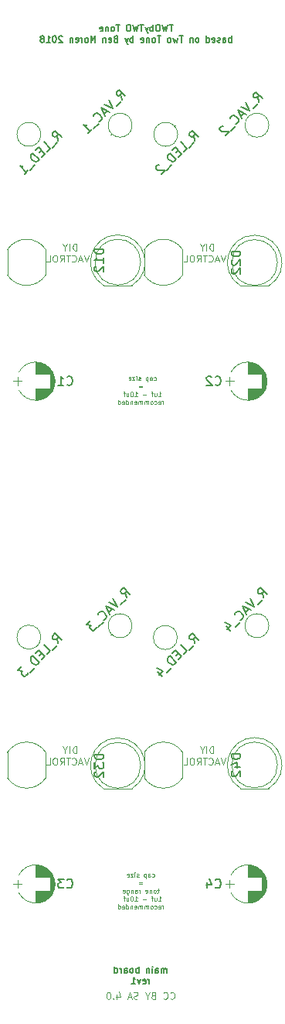
<source format=gbo>
G04 #@! TF.GenerationSoftware,KiCad,Pcbnew,(5.0.0)*
G04 #@! TF.CreationDate,2018-08-12T22:02:32+02:00*
G04 #@! TF.ProjectId,twobytwotone,74776F627974776F746F6E652E6B6963,rev?*
G04 #@! TF.SameCoordinates,Original*
G04 #@! TF.FileFunction,Legend,Bot*
G04 #@! TF.FilePolarity,Positive*
%FSLAX46Y46*%
G04 Gerber Fmt 4.6, Leading zero omitted, Abs format (unit mm)*
G04 Created by KiCad (PCBNEW (5.0.0)) date 08/12/18 22:02:32*
%MOMM*%
%LPD*%
G01*
G04 APERTURE LIST*
%ADD10C,0.125000*%
%ADD11C,0.150000*%
%ADD12C,0.175000*%
%ADD13C,0.120000*%
G04 APERTURE END LIST*
D10*
X22482142Y-80964285D02*
X22482142Y-80214285D01*
X22303571Y-80214285D01*
X22196428Y-80250000D01*
X22125000Y-80321428D01*
X22089285Y-80392857D01*
X22053571Y-80535714D01*
X22053571Y-80642857D01*
X22089285Y-80785714D01*
X22125000Y-80857142D01*
X22196428Y-80928571D01*
X22303571Y-80964285D01*
X22482142Y-80964285D01*
X21732142Y-80964285D02*
X21732142Y-80214285D01*
X21232142Y-80607142D02*
X21232142Y-80964285D01*
X21482142Y-80214285D02*
X21232142Y-80607142D01*
X20982142Y-80214285D01*
X23803571Y-81464285D02*
X23553571Y-82214285D01*
X23303571Y-81464285D01*
X23089285Y-82000000D02*
X22732142Y-82000000D01*
X23160714Y-82214285D02*
X22910714Y-81464285D01*
X22660714Y-82214285D01*
X21982142Y-82142857D02*
X22017857Y-82178571D01*
X22125000Y-82214285D01*
X22196428Y-82214285D01*
X22303571Y-82178571D01*
X22375000Y-82107142D01*
X22410714Y-82035714D01*
X22446428Y-81892857D01*
X22446428Y-81785714D01*
X22410714Y-81642857D01*
X22375000Y-81571428D01*
X22303571Y-81500000D01*
X22196428Y-81464285D01*
X22125000Y-81464285D01*
X22017857Y-81500000D01*
X21982142Y-81535714D01*
X21767857Y-81464285D02*
X21339285Y-81464285D01*
X21553571Y-82214285D02*
X21553571Y-81464285D01*
X20660714Y-82214285D02*
X20910714Y-81857142D01*
X21089285Y-82214285D02*
X21089285Y-81464285D01*
X20803571Y-81464285D01*
X20732142Y-81500000D01*
X20696428Y-81535714D01*
X20660714Y-81607142D01*
X20660714Y-81714285D01*
X20696428Y-81785714D01*
X20732142Y-81821428D01*
X20803571Y-81857142D01*
X21089285Y-81857142D01*
X20196428Y-81464285D02*
X20053571Y-81464285D01*
X19982142Y-81500000D01*
X19910714Y-81571428D01*
X19875000Y-81714285D01*
X19875000Y-81964285D01*
X19910714Y-82107142D01*
X19982142Y-82178571D01*
X20053571Y-82214285D01*
X20196428Y-82214285D01*
X20267857Y-82178571D01*
X20339285Y-82107142D01*
X20375000Y-81964285D01*
X20375000Y-81714285D01*
X20339285Y-81571428D01*
X20267857Y-81500000D01*
X20196428Y-81464285D01*
X19196428Y-82214285D02*
X19553571Y-82214285D01*
X19553571Y-81464285D01*
X22482142Y-25964285D02*
X22482142Y-25214285D01*
X22303571Y-25214285D01*
X22196428Y-25250000D01*
X22125000Y-25321428D01*
X22089285Y-25392857D01*
X22053571Y-25535714D01*
X22053571Y-25642857D01*
X22089285Y-25785714D01*
X22125000Y-25857142D01*
X22196428Y-25928571D01*
X22303571Y-25964285D01*
X22482142Y-25964285D01*
X21732142Y-25964285D02*
X21732142Y-25214285D01*
X21232142Y-25607142D02*
X21232142Y-25964285D01*
X21482142Y-25214285D02*
X21232142Y-25607142D01*
X20982142Y-25214285D01*
X23803571Y-26464285D02*
X23553571Y-27214285D01*
X23303571Y-26464285D01*
X23089285Y-27000000D02*
X22732142Y-27000000D01*
X23160714Y-27214285D02*
X22910714Y-26464285D01*
X22660714Y-27214285D01*
X21982142Y-27142857D02*
X22017857Y-27178571D01*
X22125000Y-27214285D01*
X22196428Y-27214285D01*
X22303571Y-27178571D01*
X22375000Y-27107142D01*
X22410714Y-27035714D01*
X22446428Y-26892857D01*
X22446428Y-26785714D01*
X22410714Y-26642857D01*
X22375000Y-26571428D01*
X22303571Y-26500000D01*
X22196428Y-26464285D01*
X22125000Y-26464285D01*
X22017857Y-26500000D01*
X21982142Y-26535714D01*
X21767857Y-26464285D02*
X21339285Y-26464285D01*
X21553571Y-27214285D02*
X21553571Y-26464285D01*
X20660714Y-27214285D02*
X20910714Y-26857142D01*
X21089285Y-27214285D02*
X21089285Y-26464285D01*
X20803571Y-26464285D01*
X20732142Y-26500000D01*
X20696428Y-26535714D01*
X20660714Y-26607142D01*
X20660714Y-26714285D01*
X20696428Y-26785714D01*
X20732142Y-26821428D01*
X20803571Y-26857142D01*
X21089285Y-26857142D01*
X20196428Y-26464285D02*
X20053571Y-26464285D01*
X19982142Y-26500000D01*
X19910714Y-26571428D01*
X19875000Y-26714285D01*
X19875000Y-26964285D01*
X19910714Y-27107142D01*
X19982142Y-27178571D01*
X20053571Y-27214285D01*
X20196428Y-27214285D01*
X20267857Y-27178571D01*
X20339285Y-27107142D01*
X20375000Y-26964285D01*
X20375000Y-26714285D01*
X20339285Y-26571428D01*
X20267857Y-26500000D01*
X20196428Y-26464285D01*
X19196428Y-27214285D02*
X19553571Y-27214285D01*
X19553571Y-26464285D01*
D11*
X17350000Y-104966666D02*
X17350000Y-104500000D01*
X17350000Y-104566666D02*
X17316666Y-104533333D01*
X17250000Y-104500000D01*
X17150000Y-104500000D01*
X17083333Y-104533333D01*
X17050000Y-104600000D01*
X17050000Y-104966666D01*
X17050000Y-104600000D02*
X17016666Y-104533333D01*
X16950000Y-104500000D01*
X16850000Y-104500000D01*
X16783333Y-104533333D01*
X16750000Y-104600000D01*
X16750000Y-104966666D01*
X16116666Y-104966666D02*
X16116666Y-104600000D01*
X16150000Y-104533333D01*
X16216666Y-104500000D01*
X16350000Y-104500000D01*
X16416666Y-104533333D01*
X16116666Y-104933333D02*
X16183333Y-104966666D01*
X16350000Y-104966666D01*
X16416666Y-104933333D01*
X16450000Y-104866666D01*
X16450000Y-104800000D01*
X16416666Y-104733333D01*
X16350000Y-104700000D01*
X16183333Y-104700000D01*
X16116666Y-104666666D01*
X15783333Y-104966666D02*
X15783333Y-104500000D01*
X15783333Y-104266666D02*
X15816666Y-104300000D01*
X15783333Y-104333333D01*
X15750000Y-104300000D01*
X15783333Y-104266666D01*
X15783333Y-104333333D01*
X15450000Y-104500000D02*
X15450000Y-104966666D01*
X15450000Y-104566666D02*
X15416666Y-104533333D01*
X15350000Y-104500000D01*
X15250000Y-104500000D01*
X15183333Y-104533333D01*
X15150000Y-104600000D01*
X15150000Y-104966666D01*
X14283333Y-104966666D02*
X14283333Y-104266666D01*
X14283333Y-104533333D02*
X14216666Y-104500000D01*
X14083333Y-104500000D01*
X14016666Y-104533333D01*
X13983333Y-104566666D01*
X13950000Y-104633333D01*
X13950000Y-104833333D01*
X13983333Y-104900000D01*
X14016666Y-104933333D01*
X14083333Y-104966666D01*
X14216666Y-104966666D01*
X14283333Y-104933333D01*
X13550000Y-104966666D02*
X13616666Y-104933333D01*
X13650000Y-104900000D01*
X13683333Y-104833333D01*
X13683333Y-104633333D01*
X13650000Y-104566666D01*
X13616666Y-104533333D01*
X13550000Y-104500000D01*
X13450000Y-104500000D01*
X13383333Y-104533333D01*
X13350000Y-104566666D01*
X13316666Y-104633333D01*
X13316666Y-104833333D01*
X13350000Y-104900000D01*
X13383333Y-104933333D01*
X13450000Y-104966666D01*
X13550000Y-104966666D01*
X12716666Y-104966666D02*
X12716666Y-104600000D01*
X12750000Y-104533333D01*
X12816666Y-104500000D01*
X12950000Y-104500000D01*
X13016666Y-104533333D01*
X12716666Y-104933333D02*
X12783333Y-104966666D01*
X12950000Y-104966666D01*
X13016666Y-104933333D01*
X13050000Y-104866666D01*
X13050000Y-104800000D01*
X13016666Y-104733333D01*
X12950000Y-104700000D01*
X12783333Y-104700000D01*
X12716666Y-104666666D01*
X12383333Y-104966666D02*
X12383333Y-104500000D01*
X12383333Y-104633333D02*
X12350000Y-104566666D01*
X12316666Y-104533333D01*
X12250000Y-104500000D01*
X12183333Y-104500000D01*
X11650000Y-104966666D02*
X11650000Y-104266666D01*
X11650000Y-104933333D02*
X11716666Y-104966666D01*
X11850000Y-104966666D01*
X11916666Y-104933333D01*
X11950000Y-104900000D01*
X11983333Y-104833333D01*
X11983333Y-104633333D01*
X11950000Y-104566666D01*
X11916666Y-104533333D01*
X11850000Y-104500000D01*
X11716666Y-104500000D01*
X11650000Y-104533333D01*
X15450000Y-106166666D02*
X15450000Y-105700000D01*
X15450000Y-105833333D02*
X15416666Y-105766666D01*
X15383333Y-105733333D01*
X15316666Y-105700000D01*
X15250000Y-105700000D01*
X14750000Y-106133333D02*
X14816666Y-106166666D01*
X14950000Y-106166666D01*
X15016666Y-106133333D01*
X15050000Y-106066666D01*
X15050000Y-105800000D01*
X15016666Y-105733333D01*
X14950000Y-105700000D01*
X14816666Y-105700000D01*
X14750000Y-105733333D01*
X14716666Y-105800000D01*
X14716666Y-105866666D01*
X15050000Y-105933333D01*
X14483333Y-105700000D02*
X14316666Y-106166666D01*
X14150000Y-105700000D01*
X13516666Y-106166666D02*
X13916666Y-106166666D01*
X13716666Y-106166666D02*
X13716666Y-105466666D01*
X13783333Y-105566666D01*
X13850000Y-105633333D01*
X13916666Y-105666666D01*
D10*
X17767857Y-107767857D02*
X17803571Y-107803571D01*
X17910714Y-107839285D01*
X17982142Y-107839285D01*
X18089285Y-107803571D01*
X18160714Y-107732142D01*
X18196428Y-107660714D01*
X18232142Y-107517857D01*
X18232142Y-107410714D01*
X18196428Y-107267857D01*
X18160714Y-107196428D01*
X18089285Y-107125000D01*
X17982142Y-107089285D01*
X17910714Y-107089285D01*
X17803571Y-107125000D01*
X17767857Y-107160714D01*
X17017857Y-107767857D02*
X17053571Y-107803571D01*
X17160714Y-107839285D01*
X17232142Y-107839285D01*
X17339285Y-107803571D01*
X17410714Y-107732142D01*
X17446428Y-107660714D01*
X17482142Y-107517857D01*
X17482142Y-107410714D01*
X17446428Y-107267857D01*
X17410714Y-107196428D01*
X17339285Y-107125000D01*
X17232142Y-107089285D01*
X17160714Y-107089285D01*
X17053571Y-107125000D01*
X17017857Y-107160714D01*
X15875000Y-107446428D02*
X15767857Y-107482142D01*
X15732142Y-107517857D01*
X15696428Y-107589285D01*
X15696428Y-107696428D01*
X15732142Y-107767857D01*
X15767857Y-107803571D01*
X15839285Y-107839285D01*
X16125000Y-107839285D01*
X16125000Y-107089285D01*
X15875000Y-107089285D01*
X15803571Y-107125000D01*
X15767857Y-107160714D01*
X15732142Y-107232142D01*
X15732142Y-107303571D01*
X15767857Y-107375000D01*
X15803571Y-107410714D01*
X15875000Y-107446428D01*
X16125000Y-107446428D01*
X15232142Y-107482142D02*
X15232142Y-107839285D01*
X15482142Y-107089285D02*
X15232142Y-107482142D01*
X14982142Y-107089285D01*
X14196428Y-107803571D02*
X14089285Y-107839285D01*
X13910714Y-107839285D01*
X13839285Y-107803571D01*
X13803571Y-107767857D01*
X13767857Y-107696428D01*
X13767857Y-107625000D01*
X13803571Y-107553571D01*
X13839285Y-107517857D01*
X13910714Y-107482142D01*
X14053571Y-107446428D01*
X14125000Y-107410714D01*
X14160714Y-107375000D01*
X14196428Y-107303571D01*
X14196428Y-107232142D01*
X14160714Y-107160714D01*
X14125000Y-107125000D01*
X14053571Y-107089285D01*
X13875000Y-107089285D01*
X13767857Y-107125000D01*
X13482142Y-107625000D02*
X13125000Y-107625000D01*
X13553571Y-107839285D02*
X13303571Y-107089285D01*
X13053571Y-107839285D01*
X11910714Y-107339285D02*
X11910714Y-107839285D01*
X12089285Y-107053571D02*
X12267857Y-107589285D01*
X11803571Y-107589285D01*
X11517857Y-107767857D02*
X11482142Y-107803571D01*
X11517857Y-107839285D01*
X11553571Y-107803571D01*
X11517857Y-107767857D01*
X11517857Y-107839285D01*
X11017857Y-107089285D02*
X10946428Y-107089285D01*
X10875000Y-107125000D01*
X10839285Y-107160714D01*
X10803571Y-107232142D01*
X10767857Y-107375000D01*
X10767857Y-107553571D01*
X10803571Y-107696428D01*
X10839285Y-107767857D01*
X10875000Y-107803571D01*
X10946428Y-107839285D01*
X11017857Y-107839285D01*
X11089285Y-107803571D01*
X11125000Y-107767857D01*
X11160714Y-107696428D01*
X11196428Y-107553571D01*
X11196428Y-107375000D01*
X11160714Y-107232142D01*
X11125000Y-107160714D01*
X11089285Y-107125000D01*
X11017857Y-107089285D01*
D12*
X18050000Y-1254166D02*
X17650000Y-1254166D01*
X17850000Y-1954166D02*
X17850000Y-1254166D01*
X17483333Y-1254166D02*
X17316666Y-1954166D01*
X17183333Y-1454166D01*
X17050000Y-1954166D01*
X16883333Y-1254166D01*
X16483333Y-1254166D02*
X16350000Y-1254166D01*
X16283333Y-1287500D01*
X16216666Y-1354166D01*
X16183333Y-1487500D01*
X16183333Y-1720833D01*
X16216666Y-1854166D01*
X16283333Y-1920833D01*
X16350000Y-1954166D01*
X16483333Y-1954166D01*
X16550000Y-1920833D01*
X16616666Y-1854166D01*
X16650000Y-1720833D01*
X16650000Y-1487500D01*
X16616666Y-1354166D01*
X16550000Y-1287500D01*
X16483333Y-1254166D01*
X15883333Y-1954166D02*
X15883333Y-1254166D01*
X15883333Y-1520833D02*
X15816666Y-1487500D01*
X15683333Y-1487500D01*
X15616666Y-1520833D01*
X15583333Y-1554166D01*
X15550000Y-1620833D01*
X15550000Y-1820833D01*
X15583333Y-1887500D01*
X15616666Y-1920833D01*
X15683333Y-1954166D01*
X15816666Y-1954166D01*
X15883333Y-1920833D01*
X15316666Y-1487500D02*
X15150000Y-1954166D01*
X14983333Y-1487500D02*
X15150000Y-1954166D01*
X15216666Y-2120833D01*
X15250000Y-2154166D01*
X15316666Y-2187500D01*
X14816666Y-1254166D02*
X14416666Y-1254166D01*
X14616666Y-1954166D02*
X14616666Y-1254166D01*
X14250000Y-1254166D02*
X14083333Y-1954166D01*
X13950000Y-1454166D01*
X13816666Y-1954166D01*
X13650000Y-1254166D01*
X13250000Y-1254166D02*
X13116666Y-1254166D01*
X13050000Y-1287500D01*
X12983333Y-1354166D01*
X12950000Y-1487500D01*
X12950000Y-1720833D01*
X12983333Y-1854166D01*
X13050000Y-1920833D01*
X13116666Y-1954166D01*
X13250000Y-1954166D01*
X13316666Y-1920833D01*
X13383333Y-1854166D01*
X13416666Y-1720833D01*
X13416666Y-1487500D01*
X13383333Y-1354166D01*
X13316666Y-1287500D01*
X13250000Y-1254166D01*
X12216666Y-1254166D02*
X11816666Y-1254166D01*
X12016666Y-1954166D02*
X12016666Y-1254166D01*
X11483333Y-1954166D02*
X11550000Y-1920833D01*
X11583333Y-1887500D01*
X11616666Y-1820833D01*
X11616666Y-1620833D01*
X11583333Y-1554166D01*
X11550000Y-1520833D01*
X11483333Y-1487500D01*
X11383333Y-1487500D01*
X11316666Y-1520833D01*
X11283333Y-1554166D01*
X11250000Y-1620833D01*
X11250000Y-1820833D01*
X11283333Y-1887500D01*
X11316666Y-1920833D01*
X11383333Y-1954166D01*
X11483333Y-1954166D01*
X10950000Y-1487500D02*
X10950000Y-1954166D01*
X10950000Y-1554166D02*
X10916666Y-1520833D01*
X10850000Y-1487500D01*
X10750000Y-1487500D01*
X10683333Y-1520833D01*
X10650000Y-1587500D01*
X10650000Y-1954166D01*
X10050000Y-1920833D02*
X10116666Y-1954166D01*
X10250000Y-1954166D01*
X10316666Y-1920833D01*
X10350000Y-1854166D01*
X10350000Y-1587500D01*
X10316666Y-1520833D01*
X10250000Y-1487500D01*
X10116666Y-1487500D01*
X10050000Y-1520833D01*
X10016666Y-1587500D01*
X10016666Y-1654166D01*
X10350000Y-1720833D01*
X24450000Y-3179166D02*
X24450000Y-2479166D01*
X24450000Y-2745833D02*
X24383333Y-2712500D01*
X24250000Y-2712500D01*
X24183333Y-2745833D01*
X24150000Y-2779166D01*
X24116666Y-2845833D01*
X24116666Y-3045833D01*
X24150000Y-3112500D01*
X24183333Y-3145833D01*
X24250000Y-3179166D01*
X24383333Y-3179166D01*
X24450000Y-3145833D01*
X23516666Y-3179166D02*
X23516666Y-2812500D01*
X23550000Y-2745833D01*
X23616666Y-2712500D01*
X23750000Y-2712500D01*
X23816666Y-2745833D01*
X23516666Y-3145833D02*
X23583333Y-3179166D01*
X23750000Y-3179166D01*
X23816666Y-3145833D01*
X23850000Y-3079166D01*
X23850000Y-3012500D01*
X23816666Y-2945833D01*
X23750000Y-2912500D01*
X23583333Y-2912500D01*
X23516666Y-2879166D01*
X23216666Y-3145833D02*
X23150000Y-3179166D01*
X23016666Y-3179166D01*
X22950000Y-3145833D01*
X22916666Y-3079166D01*
X22916666Y-3045833D01*
X22950000Y-2979166D01*
X23016666Y-2945833D01*
X23116666Y-2945833D01*
X23183333Y-2912500D01*
X23216666Y-2845833D01*
X23216666Y-2812500D01*
X23183333Y-2745833D01*
X23116666Y-2712500D01*
X23016666Y-2712500D01*
X22950000Y-2745833D01*
X22350000Y-3145833D02*
X22416666Y-3179166D01*
X22550000Y-3179166D01*
X22616666Y-3145833D01*
X22650000Y-3079166D01*
X22650000Y-2812500D01*
X22616666Y-2745833D01*
X22550000Y-2712500D01*
X22416666Y-2712500D01*
X22350000Y-2745833D01*
X22316666Y-2812500D01*
X22316666Y-2879166D01*
X22650000Y-2945833D01*
X21716666Y-3179166D02*
X21716666Y-2479166D01*
X21716666Y-3145833D02*
X21783333Y-3179166D01*
X21916666Y-3179166D01*
X21983333Y-3145833D01*
X22016666Y-3112500D01*
X22050000Y-3045833D01*
X22050000Y-2845833D01*
X22016666Y-2779166D01*
X21983333Y-2745833D01*
X21916666Y-2712500D01*
X21783333Y-2712500D01*
X21716666Y-2745833D01*
X20750000Y-3179166D02*
X20816666Y-3145833D01*
X20850000Y-3112500D01*
X20883333Y-3045833D01*
X20883333Y-2845833D01*
X20850000Y-2779166D01*
X20816666Y-2745833D01*
X20750000Y-2712500D01*
X20650000Y-2712500D01*
X20583333Y-2745833D01*
X20550000Y-2779166D01*
X20516666Y-2845833D01*
X20516666Y-3045833D01*
X20550000Y-3112500D01*
X20583333Y-3145833D01*
X20650000Y-3179166D01*
X20750000Y-3179166D01*
X20216666Y-2712500D02*
X20216666Y-3179166D01*
X20216666Y-2779166D02*
X20183333Y-2745833D01*
X20116666Y-2712500D01*
X20016666Y-2712500D01*
X19950000Y-2745833D01*
X19916666Y-2812500D01*
X19916666Y-3179166D01*
X19150000Y-2479166D02*
X18750000Y-2479166D01*
X18950000Y-3179166D02*
X18950000Y-2479166D01*
X18583333Y-2712500D02*
X18450000Y-3179166D01*
X18316666Y-2845833D01*
X18183333Y-3179166D01*
X18050000Y-2712500D01*
X17683333Y-3179166D02*
X17750000Y-3145833D01*
X17783333Y-3112500D01*
X17816666Y-3045833D01*
X17816666Y-2845833D01*
X17783333Y-2779166D01*
X17750000Y-2745833D01*
X17683333Y-2712500D01*
X17583333Y-2712500D01*
X17516666Y-2745833D01*
X17483333Y-2779166D01*
X17450000Y-2845833D01*
X17450000Y-3045833D01*
X17483333Y-3112500D01*
X17516666Y-3145833D01*
X17583333Y-3179166D01*
X17683333Y-3179166D01*
X16716666Y-2479166D02*
X16316666Y-2479166D01*
X16516666Y-3179166D02*
X16516666Y-2479166D01*
X15983333Y-3179166D02*
X16050000Y-3145833D01*
X16083333Y-3112500D01*
X16116666Y-3045833D01*
X16116666Y-2845833D01*
X16083333Y-2779166D01*
X16050000Y-2745833D01*
X15983333Y-2712500D01*
X15883333Y-2712500D01*
X15816666Y-2745833D01*
X15783333Y-2779166D01*
X15750000Y-2845833D01*
X15750000Y-3045833D01*
X15783333Y-3112500D01*
X15816666Y-3145833D01*
X15883333Y-3179166D01*
X15983333Y-3179166D01*
X15450000Y-2712500D02*
X15450000Y-3179166D01*
X15450000Y-2779166D02*
X15416666Y-2745833D01*
X15350000Y-2712500D01*
X15250000Y-2712500D01*
X15183333Y-2745833D01*
X15150000Y-2812500D01*
X15150000Y-3179166D01*
X14550000Y-3145833D02*
X14616666Y-3179166D01*
X14750000Y-3179166D01*
X14816666Y-3145833D01*
X14850000Y-3079166D01*
X14850000Y-2812500D01*
X14816666Y-2745833D01*
X14750000Y-2712500D01*
X14616666Y-2712500D01*
X14550000Y-2745833D01*
X14516666Y-2812500D01*
X14516666Y-2879166D01*
X14850000Y-2945833D01*
X13683333Y-3179166D02*
X13683333Y-2479166D01*
X13683333Y-2745833D02*
X13616666Y-2712500D01*
X13483333Y-2712500D01*
X13416666Y-2745833D01*
X13383333Y-2779166D01*
X13350000Y-2845833D01*
X13350000Y-3045833D01*
X13383333Y-3112500D01*
X13416666Y-3145833D01*
X13483333Y-3179166D01*
X13616666Y-3179166D01*
X13683333Y-3145833D01*
X13116666Y-2712500D02*
X12950000Y-3179166D01*
X12783333Y-2712500D02*
X12950000Y-3179166D01*
X13016666Y-3345833D01*
X13050000Y-3379166D01*
X13116666Y-3412500D01*
X11750000Y-2812500D02*
X11650000Y-2845833D01*
X11616666Y-2879166D01*
X11583333Y-2945833D01*
X11583333Y-3045833D01*
X11616666Y-3112500D01*
X11650000Y-3145833D01*
X11716666Y-3179166D01*
X11983333Y-3179166D01*
X11983333Y-2479166D01*
X11750000Y-2479166D01*
X11683333Y-2512500D01*
X11650000Y-2545833D01*
X11616666Y-2612500D01*
X11616666Y-2679166D01*
X11650000Y-2745833D01*
X11683333Y-2779166D01*
X11750000Y-2812500D01*
X11983333Y-2812500D01*
X11016666Y-3145833D02*
X11083333Y-3179166D01*
X11216666Y-3179166D01*
X11283333Y-3145833D01*
X11316666Y-3079166D01*
X11316666Y-2812500D01*
X11283333Y-2745833D01*
X11216666Y-2712500D01*
X11083333Y-2712500D01*
X11016666Y-2745833D01*
X10983333Y-2812500D01*
X10983333Y-2879166D01*
X11316666Y-2945833D01*
X10683333Y-2712500D02*
X10683333Y-3179166D01*
X10683333Y-2779166D02*
X10650000Y-2745833D01*
X10583333Y-2712500D01*
X10483333Y-2712500D01*
X10416666Y-2745833D01*
X10383333Y-2812500D01*
X10383333Y-3179166D01*
X9516666Y-3179166D02*
X9516666Y-2479166D01*
X9283333Y-2979166D01*
X9050000Y-2479166D01*
X9050000Y-3179166D01*
X8616666Y-3179166D02*
X8683333Y-3145833D01*
X8716666Y-3112500D01*
X8750000Y-3045833D01*
X8750000Y-2845833D01*
X8716666Y-2779166D01*
X8683333Y-2745833D01*
X8616666Y-2712500D01*
X8516666Y-2712500D01*
X8450000Y-2745833D01*
X8416666Y-2779166D01*
X8383333Y-2845833D01*
X8383333Y-3045833D01*
X8416666Y-3112500D01*
X8450000Y-3145833D01*
X8516666Y-3179166D01*
X8616666Y-3179166D01*
X8083333Y-3179166D02*
X8083333Y-2712500D01*
X8083333Y-2845833D02*
X8050000Y-2779166D01*
X8016666Y-2745833D01*
X7950000Y-2712500D01*
X7883333Y-2712500D01*
X7383333Y-3145833D02*
X7450000Y-3179166D01*
X7583333Y-3179166D01*
X7650000Y-3145833D01*
X7683333Y-3079166D01*
X7683333Y-2812500D01*
X7650000Y-2745833D01*
X7583333Y-2712500D01*
X7450000Y-2712500D01*
X7383333Y-2745833D01*
X7350000Y-2812500D01*
X7350000Y-2879166D01*
X7683333Y-2945833D01*
X7050000Y-2712500D02*
X7050000Y-3179166D01*
X7050000Y-2779166D02*
X7016666Y-2745833D01*
X6950000Y-2712500D01*
X6850000Y-2712500D01*
X6783333Y-2745833D01*
X6750000Y-2812500D01*
X6750000Y-3179166D01*
X5916666Y-2545833D02*
X5883333Y-2512500D01*
X5816666Y-2479166D01*
X5650000Y-2479166D01*
X5583333Y-2512500D01*
X5550000Y-2545833D01*
X5516666Y-2612500D01*
X5516666Y-2679166D01*
X5550000Y-2779166D01*
X5950000Y-3179166D01*
X5516666Y-3179166D01*
X5083333Y-2479166D02*
X5016666Y-2479166D01*
X4950000Y-2512500D01*
X4916666Y-2545833D01*
X4883333Y-2612500D01*
X4850000Y-2745833D01*
X4850000Y-2912500D01*
X4883333Y-3045833D01*
X4916666Y-3112500D01*
X4950000Y-3145833D01*
X5016666Y-3179166D01*
X5083333Y-3179166D01*
X5150000Y-3145833D01*
X5183333Y-3112500D01*
X5216666Y-3045833D01*
X5250000Y-2912500D01*
X5250000Y-2745833D01*
X5216666Y-2612500D01*
X5183333Y-2545833D01*
X5150000Y-2512500D01*
X5083333Y-2479166D01*
X4183333Y-3179166D02*
X4583333Y-3179166D01*
X4383333Y-3179166D02*
X4383333Y-2479166D01*
X4450000Y-2579166D01*
X4516666Y-2645833D01*
X4583333Y-2679166D01*
X3783333Y-2779166D02*
X3850000Y-2745833D01*
X3883333Y-2712500D01*
X3916666Y-2645833D01*
X3916666Y-2612500D01*
X3883333Y-2545833D01*
X3850000Y-2512500D01*
X3783333Y-2479166D01*
X3650000Y-2479166D01*
X3583333Y-2512500D01*
X3550000Y-2545833D01*
X3516666Y-2612500D01*
X3516666Y-2645833D01*
X3550000Y-2712500D01*
X3583333Y-2745833D01*
X3650000Y-2779166D01*
X3783333Y-2779166D01*
X3850000Y-2812500D01*
X3883333Y-2845833D01*
X3916666Y-2912500D01*
X3916666Y-3045833D01*
X3883333Y-3112500D01*
X3850000Y-3145833D01*
X3783333Y-3179166D01*
X3650000Y-3179166D01*
X3583333Y-3145833D01*
X3550000Y-3112500D01*
X3516666Y-3045833D01*
X3516666Y-2912500D01*
X3550000Y-2845833D01*
X3583333Y-2812500D01*
X3650000Y-2779166D01*
D10*
X15952380Y-40139880D02*
X16000000Y-40163690D01*
X16095238Y-40163690D01*
X16142857Y-40139880D01*
X16166666Y-40116071D01*
X16190476Y-40068452D01*
X16190476Y-39925595D01*
X16166666Y-39877976D01*
X16142857Y-39854166D01*
X16095238Y-39830357D01*
X16000000Y-39830357D01*
X15952380Y-39854166D01*
X15523809Y-40163690D02*
X15523809Y-39901785D01*
X15547619Y-39854166D01*
X15595238Y-39830357D01*
X15690476Y-39830357D01*
X15738095Y-39854166D01*
X15523809Y-40139880D02*
X15571428Y-40163690D01*
X15690476Y-40163690D01*
X15738095Y-40139880D01*
X15761904Y-40092261D01*
X15761904Y-40044642D01*
X15738095Y-39997023D01*
X15690476Y-39973214D01*
X15571428Y-39973214D01*
X15523809Y-39949404D01*
X15285714Y-39830357D02*
X15285714Y-40330357D01*
X15285714Y-39854166D02*
X15238095Y-39830357D01*
X15142857Y-39830357D01*
X15095238Y-39854166D01*
X15071428Y-39877976D01*
X15047619Y-39925595D01*
X15047619Y-40068452D01*
X15071428Y-40116071D01*
X15095238Y-40139880D01*
X15142857Y-40163690D01*
X15238095Y-40163690D01*
X15285714Y-40139880D01*
X14476190Y-40139880D02*
X14428571Y-40163690D01*
X14333333Y-40163690D01*
X14285714Y-40139880D01*
X14261904Y-40092261D01*
X14261904Y-40068452D01*
X14285714Y-40020833D01*
X14333333Y-39997023D01*
X14404761Y-39997023D01*
X14452380Y-39973214D01*
X14476190Y-39925595D01*
X14476190Y-39901785D01*
X14452380Y-39854166D01*
X14404761Y-39830357D01*
X14333333Y-39830357D01*
X14285714Y-39854166D01*
X14047619Y-40163690D02*
X14047619Y-39830357D01*
X14047619Y-39663690D02*
X14071428Y-39687500D01*
X14047619Y-39711309D01*
X14023809Y-39687500D01*
X14047619Y-39663690D01*
X14047619Y-39711309D01*
X13857142Y-39830357D02*
X13595238Y-39830357D01*
X13857142Y-40163690D01*
X13595238Y-40163690D01*
X13214285Y-40139880D02*
X13261904Y-40163690D01*
X13357142Y-40163690D01*
X13404761Y-40139880D01*
X13428571Y-40092261D01*
X13428571Y-39901785D01*
X13404761Y-39854166D01*
X13357142Y-39830357D01*
X13261904Y-39830357D01*
X13214285Y-39854166D01*
X13190476Y-39901785D01*
X13190476Y-39949404D01*
X13428571Y-39997023D01*
X14690476Y-40776785D02*
X14309523Y-40776785D01*
X14309523Y-40919642D02*
X14690476Y-40919642D01*
X16452380Y-41913690D02*
X16738095Y-41913690D01*
X16595238Y-41913690D02*
X16595238Y-41413690D01*
X16642857Y-41485119D01*
X16690476Y-41532738D01*
X16738095Y-41556547D01*
X16023809Y-41580357D02*
X16023809Y-41913690D01*
X16238095Y-41580357D02*
X16238095Y-41842261D01*
X16214285Y-41889880D01*
X16166666Y-41913690D01*
X16095238Y-41913690D01*
X16047619Y-41889880D01*
X16023809Y-41866071D01*
X15857142Y-41580357D02*
X15666666Y-41580357D01*
X15785714Y-41913690D02*
X15785714Y-41485119D01*
X15761904Y-41437500D01*
X15714285Y-41413690D01*
X15666666Y-41413690D01*
X15119047Y-41723214D02*
X14738095Y-41723214D01*
X13857142Y-41913690D02*
X14142857Y-41913690D01*
X14000000Y-41913690D02*
X14000000Y-41413690D01*
X14047619Y-41485119D01*
X14095238Y-41532738D01*
X14142857Y-41556547D01*
X13547619Y-41413690D02*
X13500000Y-41413690D01*
X13452380Y-41437500D01*
X13428571Y-41461309D01*
X13404761Y-41508928D01*
X13380952Y-41604166D01*
X13380952Y-41723214D01*
X13404761Y-41818452D01*
X13428571Y-41866071D01*
X13452380Y-41889880D01*
X13500000Y-41913690D01*
X13547619Y-41913690D01*
X13595238Y-41889880D01*
X13619047Y-41866071D01*
X13642857Y-41818452D01*
X13666666Y-41723214D01*
X13666666Y-41604166D01*
X13642857Y-41508928D01*
X13619047Y-41461309D01*
X13595238Y-41437500D01*
X13547619Y-41413690D01*
X12952380Y-41580357D02*
X12952380Y-41913690D01*
X13166666Y-41580357D02*
X13166666Y-41842261D01*
X13142857Y-41889880D01*
X13095238Y-41913690D01*
X13023809Y-41913690D01*
X12976190Y-41889880D01*
X12952380Y-41866071D01*
X12785714Y-41580357D02*
X12595238Y-41580357D01*
X12714285Y-41913690D02*
X12714285Y-41485119D01*
X12690476Y-41437500D01*
X12642857Y-41413690D01*
X12595238Y-41413690D01*
X16964285Y-42788690D02*
X16964285Y-42455357D01*
X16964285Y-42550595D02*
X16940476Y-42502976D01*
X16916666Y-42479166D01*
X16869047Y-42455357D01*
X16821428Y-42455357D01*
X16464285Y-42764880D02*
X16511904Y-42788690D01*
X16607142Y-42788690D01*
X16654761Y-42764880D01*
X16678571Y-42717261D01*
X16678571Y-42526785D01*
X16654761Y-42479166D01*
X16607142Y-42455357D01*
X16511904Y-42455357D01*
X16464285Y-42479166D01*
X16440476Y-42526785D01*
X16440476Y-42574404D01*
X16678571Y-42622023D01*
X16011904Y-42764880D02*
X16059523Y-42788690D01*
X16154761Y-42788690D01*
X16202380Y-42764880D01*
X16226190Y-42741071D01*
X16250000Y-42693452D01*
X16250000Y-42550595D01*
X16226190Y-42502976D01*
X16202380Y-42479166D01*
X16154761Y-42455357D01*
X16059523Y-42455357D01*
X16011904Y-42479166D01*
X15726190Y-42788690D02*
X15773809Y-42764880D01*
X15797619Y-42741071D01*
X15821428Y-42693452D01*
X15821428Y-42550595D01*
X15797619Y-42502976D01*
X15773809Y-42479166D01*
X15726190Y-42455357D01*
X15654761Y-42455357D01*
X15607142Y-42479166D01*
X15583333Y-42502976D01*
X15559523Y-42550595D01*
X15559523Y-42693452D01*
X15583333Y-42741071D01*
X15607142Y-42764880D01*
X15654761Y-42788690D01*
X15726190Y-42788690D01*
X15345238Y-42788690D02*
X15345238Y-42455357D01*
X15345238Y-42502976D02*
X15321428Y-42479166D01*
X15273809Y-42455357D01*
X15202380Y-42455357D01*
X15154761Y-42479166D01*
X15130952Y-42526785D01*
X15130952Y-42788690D01*
X15130952Y-42526785D02*
X15107142Y-42479166D01*
X15059523Y-42455357D01*
X14988095Y-42455357D01*
X14940476Y-42479166D01*
X14916666Y-42526785D01*
X14916666Y-42788690D01*
X14678571Y-42788690D02*
X14678571Y-42455357D01*
X14678571Y-42502976D02*
X14654761Y-42479166D01*
X14607142Y-42455357D01*
X14535714Y-42455357D01*
X14488095Y-42479166D01*
X14464285Y-42526785D01*
X14464285Y-42788690D01*
X14464285Y-42526785D02*
X14440476Y-42479166D01*
X14392857Y-42455357D01*
X14321428Y-42455357D01*
X14273809Y-42479166D01*
X14250000Y-42526785D01*
X14250000Y-42788690D01*
X13821428Y-42764880D02*
X13869047Y-42788690D01*
X13964285Y-42788690D01*
X14011904Y-42764880D01*
X14035714Y-42717261D01*
X14035714Y-42526785D01*
X14011904Y-42479166D01*
X13964285Y-42455357D01*
X13869047Y-42455357D01*
X13821428Y-42479166D01*
X13797619Y-42526785D01*
X13797619Y-42574404D01*
X14035714Y-42622023D01*
X13583333Y-42455357D02*
X13583333Y-42788690D01*
X13583333Y-42502976D02*
X13559523Y-42479166D01*
X13511904Y-42455357D01*
X13440476Y-42455357D01*
X13392857Y-42479166D01*
X13369047Y-42526785D01*
X13369047Y-42788690D01*
X12916666Y-42788690D02*
X12916666Y-42288690D01*
X12916666Y-42764880D02*
X12964285Y-42788690D01*
X13059523Y-42788690D01*
X13107142Y-42764880D01*
X13130952Y-42741071D01*
X13154761Y-42693452D01*
X13154761Y-42550595D01*
X13130952Y-42502976D01*
X13107142Y-42479166D01*
X13059523Y-42455357D01*
X12964285Y-42455357D01*
X12916666Y-42479166D01*
X12488095Y-42764880D02*
X12535714Y-42788690D01*
X12630952Y-42788690D01*
X12678571Y-42764880D01*
X12702380Y-42717261D01*
X12702380Y-42526785D01*
X12678571Y-42479166D01*
X12630952Y-42455357D01*
X12535714Y-42455357D01*
X12488095Y-42479166D01*
X12464285Y-42526785D01*
X12464285Y-42574404D01*
X12702380Y-42622023D01*
X12035714Y-42788690D02*
X12035714Y-42288690D01*
X12035714Y-42764880D02*
X12083333Y-42788690D01*
X12178571Y-42788690D01*
X12226190Y-42764880D01*
X12250000Y-42741071D01*
X12273809Y-42693452D01*
X12273809Y-42550595D01*
X12250000Y-42502976D01*
X12226190Y-42479166D01*
X12178571Y-42455357D01*
X12083333Y-42455357D01*
X12035714Y-42479166D01*
X7482142Y-25964285D02*
X7482142Y-25214285D01*
X7303571Y-25214285D01*
X7196428Y-25250000D01*
X7125000Y-25321428D01*
X7089285Y-25392857D01*
X7053571Y-25535714D01*
X7053571Y-25642857D01*
X7089285Y-25785714D01*
X7125000Y-25857142D01*
X7196428Y-25928571D01*
X7303571Y-25964285D01*
X7482142Y-25964285D01*
X6732142Y-25964285D02*
X6732142Y-25214285D01*
X6232142Y-25607142D02*
X6232142Y-25964285D01*
X6482142Y-25214285D02*
X6232142Y-25607142D01*
X5982142Y-25214285D01*
X8803571Y-26464285D02*
X8553571Y-27214285D01*
X8303571Y-26464285D01*
X8089285Y-27000000D02*
X7732142Y-27000000D01*
X8160714Y-27214285D02*
X7910714Y-26464285D01*
X7660714Y-27214285D01*
X6982142Y-27142857D02*
X7017857Y-27178571D01*
X7125000Y-27214285D01*
X7196428Y-27214285D01*
X7303571Y-27178571D01*
X7375000Y-27107142D01*
X7410714Y-27035714D01*
X7446428Y-26892857D01*
X7446428Y-26785714D01*
X7410714Y-26642857D01*
X7375000Y-26571428D01*
X7303571Y-26500000D01*
X7196428Y-26464285D01*
X7125000Y-26464285D01*
X7017857Y-26500000D01*
X6982142Y-26535714D01*
X6767857Y-26464285D02*
X6339285Y-26464285D01*
X6553571Y-27214285D02*
X6553571Y-26464285D01*
X5660714Y-27214285D02*
X5910714Y-26857142D01*
X6089285Y-27214285D02*
X6089285Y-26464285D01*
X5803571Y-26464285D01*
X5732142Y-26500000D01*
X5696428Y-26535714D01*
X5660714Y-26607142D01*
X5660714Y-26714285D01*
X5696428Y-26785714D01*
X5732142Y-26821428D01*
X5803571Y-26857142D01*
X6089285Y-26857142D01*
X5196428Y-26464285D02*
X5053571Y-26464285D01*
X4982142Y-26500000D01*
X4910714Y-26571428D01*
X4875000Y-26714285D01*
X4875000Y-26964285D01*
X4910714Y-27107142D01*
X4982142Y-27178571D01*
X5053571Y-27214285D01*
X5196428Y-27214285D01*
X5267857Y-27178571D01*
X5339285Y-27107142D01*
X5375000Y-26964285D01*
X5375000Y-26714285D01*
X5339285Y-26571428D01*
X5267857Y-26500000D01*
X5196428Y-26464285D01*
X4196428Y-27214285D02*
X4553571Y-27214285D01*
X4553571Y-26464285D01*
X15761904Y-94452380D02*
X15809523Y-94476190D01*
X15904761Y-94476190D01*
X15952380Y-94452380D01*
X15976190Y-94428571D01*
X16000000Y-94380952D01*
X16000000Y-94238095D01*
X15976190Y-94190476D01*
X15952380Y-94166666D01*
X15904761Y-94142857D01*
X15809523Y-94142857D01*
X15761904Y-94166666D01*
X15333333Y-94476190D02*
X15333333Y-94214285D01*
X15357142Y-94166666D01*
X15404761Y-94142857D01*
X15500000Y-94142857D01*
X15547619Y-94166666D01*
X15333333Y-94452380D02*
X15380952Y-94476190D01*
X15500000Y-94476190D01*
X15547619Y-94452380D01*
X15571428Y-94404761D01*
X15571428Y-94357142D01*
X15547619Y-94309523D01*
X15500000Y-94285714D01*
X15380952Y-94285714D01*
X15333333Y-94261904D01*
X15095238Y-94142857D02*
X15095238Y-94642857D01*
X15095238Y-94166666D02*
X15047619Y-94142857D01*
X14952380Y-94142857D01*
X14904761Y-94166666D01*
X14880952Y-94190476D01*
X14857142Y-94238095D01*
X14857142Y-94380952D01*
X14880952Y-94428571D01*
X14904761Y-94452380D01*
X14952380Y-94476190D01*
X15047619Y-94476190D01*
X15095238Y-94452380D01*
X14285714Y-94452380D02*
X14238095Y-94476190D01*
X14142857Y-94476190D01*
X14095238Y-94452380D01*
X14071428Y-94404761D01*
X14071428Y-94380952D01*
X14095238Y-94333333D01*
X14142857Y-94309523D01*
X14214285Y-94309523D01*
X14261904Y-94285714D01*
X14285714Y-94238095D01*
X14285714Y-94214285D01*
X14261904Y-94166666D01*
X14214285Y-94142857D01*
X14142857Y-94142857D01*
X14095238Y-94166666D01*
X13857142Y-94476190D02*
X13857142Y-94142857D01*
X13857142Y-93976190D02*
X13880952Y-94000000D01*
X13857142Y-94023809D01*
X13833333Y-94000000D01*
X13857142Y-93976190D01*
X13857142Y-94023809D01*
X13666666Y-94142857D02*
X13404761Y-94142857D01*
X13666666Y-94476190D01*
X13404761Y-94476190D01*
X13023809Y-94452380D02*
X13071428Y-94476190D01*
X13166666Y-94476190D01*
X13214285Y-94452380D01*
X13238095Y-94404761D01*
X13238095Y-94214285D01*
X13214285Y-94166666D01*
X13166666Y-94142857D01*
X13071428Y-94142857D01*
X13023809Y-94166666D01*
X13000000Y-94214285D01*
X13000000Y-94261904D01*
X13238095Y-94309523D01*
X14690476Y-95089285D02*
X14309523Y-95089285D01*
X14309523Y-95232142D02*
X14690476Y-95232142D01*
X16500000Y-95892857D02*
X16309523Y-95892857D01*
X16428571Y-95726190D02*
X16428571Y-96154761D01*
X16404761Y-96202380D01*
X16357142Y-96226190D01*
X16309523Y-96226190D01*
X16071428Y-96226190D02*
X16119047Y-96202380D01*
X16142857Y-96178571D01*
X16166666Y-96130952D01*
X16166666Y-95988095D01*
X16142857Y-95940476D01*
X16119047Y-95916666D01*
X16071428Y-95892857D01*
X16000000Y-95892857D01*
X15952380Y-95916666D01*
X15928571Y-95940476D01*
X15904761Y-95988095D01*
X15904761Y-96130952D01*
X15928571Y-96178571D01*
X15952380Y-96202380D01*
X16000000Y-96226190D01*
X16071428Y-96226190D01*
X15690476Y-95892857D02*
X15690476Y-96226190D01*
X15690476Y-95940476D02*
X15666666Y-95916666D01*
X15619047Y-95892857D01*
X15547619Y-95892857D01*
X15500000Y-95916666D01*
X15476190Y-95964285D01*
X15476190Y-96226190D01*
X15047619Y-96202380D02*
X15095238Y-96226190D01*
X15190476Y-96226190D01*
X15238095Y-96202380D01*
X15261904Y-96154761D01*
X15261904Y-95964285D01*
X15238095Y-95916666D01*
X15190476Y-95892857D01*
X15095238Y-95892857D01*
X15047619Y-95916666D01*
X15023809Y-95964285D01*
X15023809Y-96011904D01*
X15261904Y-96059523D01*
X14428571Y-96226190D02*
X14428571Y-95892857D01*
X14428571Y-95988095D02*
X14404761Y-95940476D01*
X14380952Y-95916666D01*
X14333333Y-95892857D01*
X14285714Y-95892857D01*
X13904761Y-96226190D02*
X13904761Y-95964285D01*
X13928571Y-95916666D01*
X13976190Y-95892857D01*
X14071428Y-95892857D01*
X14119047Y-95916666D01*
X13904761Y-96202380D02*
X13952380Y-96226190D01*
X14071428Y-96226190D01*
X14119047Y-96202380D01*
X14142857Y-96154761D01*
X14142857Y-96107142D01*
X14119047Y-96059523D01*
X14071428Y-96035714D01*
X13952380Y-96035714D01*
X13904761Y-96011904D01*
X13666666Y-95892857D02*
X13666666Y-96226190D01*
X13666666Y-95940476D02*
X13642857Y-95916666D01*
X13595238Y-95892857D01*
X13523809Y-95892857D01*
X13476190Y-95916666D01*
X13452380Y-95964285D01*
X13452380Y-96226190D01*
X13000000Y-95892857D02*
X13000000Y-96297619D01*
X13023809Y-96345238D01*
X13047619Y-96369047D01*
X13095238Y-96392857D01*
X13166666Y-96392857D01*
X13214285Y-96369047D01*
X13000000Y-96202380D02*
X13047619Y-96226190D01*
X13142857Y-96226190D01*
X13190476Y-96202380D01*
X13214285Y-96178571D01*
X13238095Y-96130952D01*
X13238095Y-95988095D01*
X13214285Y-95940476D01*
X13190476Y-95916666D01*
X13142857Y-95892857D01*
X13047619Y-95892857D01*
X13000000Y-95916666D01*
X12571428Y-96202380D02*
X12619047Y-96226190D01*
X12714285Y-96226190D01*
X12761904Y-96202380D01*
X12785714Y-96154761D01*
X12785714Y-95964285D01*
X12761904Y-95916666D01*
X12714285Y-95892857D01*
X12619047Y-95892857D01*
X12571428Y-95916666D01*
X12547619Y-95964285D01*
X12547619Y-96011904D01*
X12785714Y-96059523D01*
X16452380Y-97101190D02*
X16738095Y-97101190D01*
X16595238Y-97101190D02*
X16595238Y-96601190D01*
X16642857Y-96672619D01*
X16690476Y-96720238D01*
X16738095Y-96744047D01*
X16023809Y-96767857D02*
X16023809Y-97101190D01*
X16238095Y-96767857D02*
X16238095Y-97029761D01*
X16214285Y-97077380D01*
X16166666Y-97101190D01*
X16095238Y-97101190D01*
X16047619Y-97077380D01*
X16023809Y-97053571D01*
X15857142Y-96767857D02*
X15666666Y-96767857D01*
X15785714Y-97101190D02*
X15785714Y-96672619D01*
X15761904Y-96625000D01*
X15714285Y-96601190D01*
X15666666Y-96601190D01*
X15119047Y-96910714D02*
X14738095Y-96910714D01*
X13857142Y-97101190D02*
X14142857Y-97101190D01*
X14000000Y-97101190D02*
X14000000Y-96601190D01*
X14047619Y-96672619D01*
X14095238Y-96720238D01*
X14142857Y-96744047D01*
X13547619Y-96601190D02*
X13500000Y-96601190D01*
X13452380Y-96625000D01*
X13428571Y-96648809D01*
X13404761Y-96696428D01*
X13380952Y-96791666D01*
X13380952Y-96910714D01*
X13404761Y-97005952D01*
X13428571Y-97053571D01*
X13452380Y-97077380D01*
X13500000Y-97101190D01*
X13547619Y-97101190D01*
X13595238Y-97077380D01*
X13619047Y-97053571D01*
X13642857Y-97005952D01*
X13666666Y-96910714D01*
X13666666Y-96791666D01*
X13642857Y-96696428D01*
X13619047Y-96648809D01*
X13595238Y-96625000D01*
X13547619Y-96601190D01*
X12952380Y-96767857D02*
X12952380Y-97101190D01*
X13166666Y-96767857D02*
X13166666Y-97029761D01*
X13142857Y-97077380D01*
X13095238Y-97101190D01*
X13023809Y-97101190D01*
X12976190Y-97077380D01*
X12952380Y-97053571D01*
X12785714Y-96767857D02*
X12595238Y-96767857D01*
X12714285Y-97101190D02*
X12714285Y-96672619D01*
X12690476Y-96625000D01*
X12642857Y-96601190D01*
X12595238Y-96601190D01*
X16964285Y-97976190D02*
X16964285Y-97642857D01*
X16964285Y-97738095D02*
X16940476Y-97690476D01*
X16916666Y-97666666D01*
X16869047Y-97642857D01*
X16821428Y-97642857D01*
X16464285Y-97952380D02*
X16511904Y-97976190D01*
X16607142Y-97976190D01*
X16654761Y-97952380D01*
X16678571Y-97904761D01*
X16678571Y-97714285D01*
X16654761Y-97666666D01*
X16607142Y-97642857D01*
X16511904Y-97642857D01*
X16464285Y-97666666D01*
X16440476Y-97714285D01*
X16440476Y-97761904D01*
X16678571Y-97809523D01*
X16011904Y-97952380D02*
X16059523Y-97976190D01*
X16154761Y-97976190D01*
X16202380Y-97952380D01*
X16226190Y-97928571D01*
X16250000Y-97880952D01*
X16250000Y-97738095D01*
X16226190Y-97690476D01*
X16202380Y-97666666D01*
X16154761Y-97642857D01*
X16059523Y-97642857D01*
X16011904Y-97666666D01*
X15726190Y-97976190D02*
X15773809Y-97952380D01*
X15797619Y-97928571D01*
X15821428Y-97880952D01*
X15821428Y-97738095D01*
X15797619Y-97690476D01*
X15773809Y-97666666D01*
X15726190Y-97642857D01*
X15654761Y-97642857D01*
X15607142Y-97666666D01*
X15583333Y-97690476D01*
X15559523Y-97738095D01*
X15559523Y-97880952D01*
X15583333Y-97928571D01*
X15607142Y-97952380D01*
X15654761Y-97976190D01*
X15726190Y-97976190D01*
X15345238Y-97976190D02*
X15345238Y-97642857D01*
X15345238Y-97690476D02*
X15321428Y-97666666D01*
X15273809Y-97642857D01*
X15202380Y-97642857D01*
X15154761Y-97666666D01*
X15130952Y-97714285D01*
X15130952Y-97976190D01*
X15130952Y-97714285D02*
X15107142Y-97666666D01*
X15059523Y-97642857D01*
X14988095Y-97642857D01*
X14940476Y-97666666D01*
X14916666Y-97714285D01*
X14916666Y-97976190D01*
X14678571Y-97976190D02*
X14678571Y-97642857D01*
X14678571Y-97690476D02*
X14654761Y-97666666D01*
X14607142Y-97642857D01*
X14535714Y-97642857D01*
X14488095Y-97666666D01*
X14464285Y-97714285D01*
X14464285Y-97976190D01*
X14464285Y-97714285D02*
X14440476Y-97666666D01*
X14392857Y-97642857D01*
X14321428Y-97642857D01*
X14273809Y-97666666D01*
X14250000Y-97714285D01*
X14250000Y-97976190D01*
X13821428Y-97952380D02*
X13869047Y-97976190D01*
X13964285Y-97976190D01*
X14011904Y-97952380D01*
X14035714Y-97904761D01*
X14035714Y-97714285D01*
X14011904Y-97666666D01*
X13964285Y-97642857D01*
X13869047Y-97642857D01*
X13821428Y-97666666D01*
X13797619Y-97714285D01*
X13797619Y-97761904D01*
X14035714Y-97809523D01*
X13583333Y-97642857D02*
X13583333Y-97976190D01*
X13583333Y-97690476D02*
X13559523Y-97666666D01*
X13511904Y-97642857D01*
X13440476Y-97642857D01*
X13392857Y-97666666D01*
X13369047Y-97714285D01*
X13369047Y-97976190D01*
X12916666Y-97976190D02*
X12916666Y-97476190D01*
X12916666Y-97952380D02*
X12964285Y-97976190D01*
X13059523Y-97976190D01*
X13107142Y-97952380D01*
X13130952Y-97928571D01*
X13154761Y-97880952D01*
X13154761Y-97738095D01*
X13130952Y-97690476D01*
X13107142Y-97666666D01*
X13059523Y-97642857D01*
X12964285Y-97642857D01*
X12916666Y-97666666D01*
X12488095Y-97952380D02*
X12535714Y-97976190D01*
X12630952Y-97976190D01*
X12678571Y-97952380D01*
X12702380Y-97904761D01*
X12702380Y-97714285D01*
X12678571Y-97666666D01*
X12630952Y-97642857D01*
X12535714Y-97642857D01*
X12488095Y-97666666D01*
X12464285Y-97714285D01*
X12464285Y-97761904D01*
X12702380Y-97809523D01*
X12035714Y-97976190D02*
X12035714Y-97476190D01*
X12035714Y-97952380D02*
X12083333Y-97976190D01*
X12178571Y-97976190D01*
X12226190Y-97952380D01*
X12250000Y-97928571D01*
X12273809Y-97880952D01*
X12273809Y-97738095D01*
X12250000Y-97690476D01*
X12226190Y-97666666D01*
X12178571Y-97642857D01*
X12083333Y-97642857D01*
X12035714Y-97666666D01*
X7482142Y-80964285D02*
X7482142Y-80214285D01*
X7303571Y-80214285D01*
X7196428Y-80250000D01*
X7125000Y-80321428D01*
X7089285Y-80392857D01*
X7053571Y-80535714D01*
X7053571Y-80642857D01*
X7089285Y-80785714D01*
X7125000Y-80857142D01*
X7196428Y-80928571D01*
X7303571Y-80964285D01*
X7482142Y-80964285D01*
X6732142Y-80964285D02*
X6732142Y-80214285D01*
X6232142Y-80607142D02*
X6232142Y-80964285D01*
X6482142Y-80214285D02*
X6232142Y-80607142D01*
X5982142Y-80214285D01*
X8803571Y-81464285D02*
X8553571Y-82214285D01*
X8303571Y-81464285D01*
X8089285Y-82000000D02*
X7732142Y-82000000D01*
X8160714Y-82214285D02*
X7910714Y-81464285D01*
X7660714Y-82214285D01*
X6982142Y-82142857D02*
X7017857Y-82178571D01*
X7125000Y-82214285D01*
X7196428Y-82214285D01*
X7303571Y-82178571D01*
X7375000Y-82107142D01*
X7410714Y-82035714D01*
X7446428Y-81892857D01*
X7446428Y-81785714D01*
X7410714Y-81642857D01*
X7375000Y-81571428D01*
X7303571Y-81500000D01*
X7196428Y-81464285D01*
X7125000Y-81464285D01*
X7017857Y-81500000D01*
X6982142Y-81535714D01*
X6767857Y-81464285D02*
X6339285Y-81464285D01*
X6553571Y-82214285D02*
X6553571Y-81464285D01*
X5660714Y-82214285D02*
X5910714Y-81857142D01*
X6089285Y-82214285D02*
X6089285Y-81464285D01*
X5803571Y-81464285D01*
X5732142Y-81500000D01*
X5696428Y-81535714D01*
X5660714Y-81607142D01*
X5660714Y-81714285D01*
X5696428Y-81785714D01*
X5732142Y-81821428D01*
X5803571Y-81857142D01*
X6089285Y-81857142D01*
X5196428Y-81464285D02*
X5053571Y-81464285D01*
X4982142Y-81500000D01*
X4910714Y-81571428D01*
X4875000Y-81714285D01*
X4875000Y-81964285D01*
X4910714Y-82107142D01*
X4982142Y-82178571D01*
X5053571Y-82214285D01*
X5196428Y-82214285D01*
X5267857Y-82178571D01*
X5339285Y-82107142D01*
X5375000Y-81964285D01*
X5375000Y-81714285D01*
X5339285Y-81571428D01*
X5267857Y-81500000D01*
X5196428Y-81464285D01*
X4196428Y-82214285D02*
X4553571Y-82214285D01*
X4553571Y-81464285D01*
D13*
G04 #@! TO.C,C1*
X1000000Y-40700000D02*
X1000000Y-39800000D01*
X550000Y-40250000D02*
X1450000Y-40250000D01*
X5081000Y-40415000D02*
X5081000Y-40085000D01*
X5041000Y-40665000D02*
X5041000Y-39835000D01*
X5001000Y-40817000D02*
X5001000Y-39683000D01*
X4961000Y-40936000D02*
X4961000Y-39564000D01*
X4921000Y-41036000D02*
X4921000Y-39464000D01*
X4881000Y-41124000D02*
X4881000Y-39376000D01*
X4841000Y-41202000D02*
X4841000Y-39298000D01*
X4801000Y-41273000D02*
X4801000Y-39227000D01*
X4761000Y-41338000D02*
X4761000Y-39162000D01*
X4721000Y-41398000D02*
X4721000Y-39102000D01*
X4681000Y-41454000D02*
X4681000Y-39046000D01*
X4641000Y-41506000D02*
X4641000Y-38994000D01*
X4601000Y-41555000D02*
X4601000Y-38945000D01*
X4561000Y-41601000D02*
X4561000Y-38899000D01*
X4521000Y-39470000D02*
X4521000Y-38855000D01*
X4521000Y-41645000D02*
X4521000Y-41030000D01*
X4481000Y-39470000D02*
X4481000Y-38814000D01*
X4481000Y-41686000D02*
X4481000Y-41030000D01*
X4441000Y-39470000D02*
X4441000Y-38775000D01*
X4441000Y-41725000D02*
X4441000Y-41030000D01*
X4401000Y-39470000D02*
X4401000Y-38738000D01*
X4401000Y-41762000D02*
X4401000Y-41030000D01*
X4361000Y-39470000D02*
X4361000Y-38703000D01*
X4361000Y-41797000D02*
X4361000Y-41030000D01*
X4321000Y-39470000D02*
X4321000Y-38669000D01*
X4321000Y-41831000D02*
X4321000Y-41030000D01*
X4281000Y-39470000D02*
X4281000Y-38637000D01*
X4281000Y-41863000D02*
X4281000Y-41030000D01*
X4241000Y-39470000D02*
X4241000Y-38607000D01*
X4241000Y-41893000D02*
X4241000Y-41030000D01*
X4201000Y-39470000D02*
X4201000Y-38578000D01*
X4201000Y-41922000D02*
X4201000Y-41030000D01*
X4161000Y-39470000D02*
X4161000Y-38551000D01*
X4161000Y-41949000D02*
X4161000Y-41030000D01*
X4121000Y-39470000D02*
X4121000Y-38525000D01*
X4121000Y-41975000D02*
X4121000Y-41030000D01*
X4081000Y-39470000D02*
X4081000Y-38500000D01*
X4081000Y-42000000D02*
X4081000Y-41030000D01*
X4041000Y-39470000D02*
X4041000Y-38477000D01*
X4041000Y-42023000D02*
X4041000Y-41030000D01*
X4001000Y-39470000D02*
X4001000Y-38454000D01*
X4001000Y-42046000D02*
X4001000Y-41030000D01*
X3961000Y-39470000D02*
X3961000Y-38433000D01*
X3961000Y-42067000D02*
X3961000Y-41030000D01*
X3921000Y-39470000D02*
X3921000Y-38413000D01*
X3921000Y-42087000D02*
X3921000Y-41030000D01*
X3881000Y-39470000D02*
X3881000Y-38394000D01*
X3881000Y-42106000D02*
X3881000Y-41030000D01*
X3841000Y-39470000D02*
X3841000Y-38376000D01*
X3841000Y-42124000D02*
X3841000Y-41030000D01*
X3801000Y-39470000D02*
X3801000Y-38359000D01*
X3801000Y-42141000D02*
X3801000Y-41030000D01*
X3761000Y-39470000D02*
X3761000Y-38343000D01*
X3761000Y-42157000D02*
X3761000Y-41030000D01*
X3721000Y-39470000D02*
X3721000Y-38327000D01*
X3721000Y-42173000D02*
X3721000Y-41030000D01*
X3680000Y-39470000D02*
X3680000Y-38313000D01*
X3680000Y-42187000D02*
X3680000Y-41030000D01*
X3640000Y-39470000D02*
X3640000Y-38300000D01*
X3640000Y-42200000D02*
X3640000Y-41030000D01*
X3600000Y-39470000D02*
X3600000Y-38287000D01*
X3600000Y-42213000D02*
X3600000Y-41030000D01*
X3560000Y-39470000D02*
X3560000Y-38276000D01*
X3560000Y-42224000D02*
X3560000Y-41030000D01*
X3520000Y-39470000D02*
X3520000Y-38265000D01*
X3520000Y-42235000D02*
X3520000Y-41030000D01*
X3480000Y-39470000D02*
X3480000Y-38255000D01*
X3480000Y-42245000D02*
X3480000Y-41030000D01*
X3440000Y-39470000D02*
X3440000Y-38246000D01*
X3440000Y-42254000D02*
X3440000Y-41030000D01*
X3400000Y-39470000D02*
X3400000Y-38238000D01*
X3400000Y-42262000D02*
X3400000Y-41030000D01*
X3360000Y-39470000D02*
X3360000Y-38231000D01*
X3360000Y-42269000D02*
X3360000Y-41030000D01*
X3320000Y-39470000D02*
X3320000Y-38224000D01*
X3320000Y-42276000D02*
X3320000Y-41030000D01*
X3280000Y-39470000D02*
X3280000Y-38218000D01*
X3280000Y-42282000D02*
X3280000Y-41030000D01*
X3240000Y-39470000D02*
X3240000Y-38213000D01*
X3240000Y-42287000D02*
X3240000Y-41030000D01*
X3200000Y-39470000D02*
X3200000Y-38209000D01*
X3200000Y-42291000D02*
X3200000Y-41030000D01*
X3160000Y-39470000D02*
X3160000Y-38206000D01*
X3160000Y-42294000D02*
X3160000Y-41030000D01*
X3120000Y-39470000D02*
X3120000Y-38203000D01*
X3120000Y-42297000D02*
X3120000Y-41030000D01*
X3080000Y-39470000D02*
X3080000Y-38201000D01*
X3080000Y-42299000D02*
X3080000Y-41030000D01*
X3040000Y-39470000D02*
X3040000Y-38200000D01*
X3040000Y-42300000D02*
X3040000Y-41030000D01*
X3000000Y-42300000D02*
X3000000Y-41030000D01*
X3000000Y-39470000D02*
X3000000Y-38200000D01*
X4846436Y-39270830D02*
G75*
G02X4845996Y-41230000I-1846436J-979170D01*
G01*
X4846436Y-39270830D02*
G75*
G03X1154004Y-39270000I-1846436J-979170D01*
G01*
X4846436Y-41229170D02*
G75*
G02X1154004Y-41230000I-1846436J979170D01*
G01*
G04 #@! TO.C,C3*
X4846436Y-96229170D02*
G75*
G02X1154004Y-96230000I-1846436J979170D01*
G01*
X4846436Y-94270830D02*
G75*
G03X1154004Y-94270000I-1846436J-979170D01*
G01*
X4846436Y-94270830D02*
G75*
G02X4845996Y-96230000I-1846436J-979170D01*
G01*
X3000000Y-94470000D02*
X3000000Y-93200000D01*
X3000000Y-97300000D02*
X3000000Y-96030000D01*
X3040000Y-97300000D02*
X3040000Y-96030000D01*
X3040000Y-94470000D02*
X3040000Y-93200000D01*
X3080000Y-97299000D02*
X3080000Y-96030000D01*
X3080000Y-94470000D02*
X3080000Y-93201000D01*
X3120000Y-97297000D02*
X3120000Y-96030000D01*
X3120000Y-94470000D02*
X3120000Y-93203000D01*
X3160000Y-97294000D02*
X3160000Y-96030000D01*
X3160000Y-94470000D02*
X3160000Y-93206000D01*
X3200000Y-97291000D02*
X3200000Y-96030000D01*
X3200000Y-94470000D02*
X3200000Y-93209000D01*
X3240000Y-97287000D02*
X3240000Y-96030000D01*
X3240000Y-94470000D02*
X3240000Y-93213000D01*
X3280000Y-97282000D02*
X3280000Y-96030000D01*
X3280000Y-94470000D02*
X3280000Y-93218000D01*
X3320000Y-97276000D02*
X3320000Y-96030000D01*
X3320000Y-94470000D02*
X3320000Y-93224000D01*
X3360000Y-97269000D02*
X3360000Y-96030000D01*
X3360000Y-94470000D02*
X3360000Y-93231000D01*
X3400000Y-97262000D02*
X3400000Y-96030000D01*
X3400000Y-94470000D02*
X3400000Y-93238000D01*
X3440000Y-97254000D02*
X3440000Y-96030000D01*
X3440000Y-94470000D02*
X3440000Y-93246000D01*
X3480000Y-97245000D02*
X3480000Y-96030000D01*
X3480000Y-94470000D02*
X3480000Y-93255000D01*
X3520000Y-97235000D02*
X3520000Y-96030000D01*
X3520000Y-94470000D02*
X3520000Y-93265000D01*
X3560000Y-97224000D02*
X3560000Y-96030000D01*
X3560000Y-94470000D02*
X3560000Y-93276000D01*
X3600000Y-97213000D02*
X3600000Y-96030000D01*
X3600000Y-94470000D02*
X3600000Y-93287000D01*
X3640000Y-97200000D02*
X3640000Y-96030000D01*
X3640000Y-94470000D02*
X3640000Y-93300000D01*
X3680000Y-97187000D02*
X3680000Y-96030000D01*
X3680000Y-94470000D02*
X3680000Y-93313000D01*
X3721000Y-97173000D02*
X3721000Y-96030000D01*
X3721000Y-94470000D02*
X3721000Y-93327000D01*
X3761000Y-97157000D02*
X3761000Y-96030000D01*
X3761000Y-94470000D02*
X3761000Y-93343000D01*
X3801000Y-97141000D02*
X3801000Y-96030000D01*
X3801000Y-94470000D02*
X3801000Y-93359000D01*
X3841000Y-97124000D02*
X3841000Y-96030000D01*
X3841000Y-94470000D02*
X3841000Y-93376000D01*
X3881000Y-97106000D02*
X3881000Y-96030000D01*
X3881000Y-94470000D02*
X3881000Y-93394000D01*
X3921000Y-97087000D02*
X3921000Y-96030000D01*
X3921000Y-94470000D02*
X3921000Y-93413000D01*
X3961000Y-97067000D02*
X3961000Y-96030000D01*
X3961000Y-94470000D02*
X3961000Y-93433000D01*
X4001000Y-97046000D02*
X4001000Y-96030000D01*
X4001000Y-94470000D02*
X4001000Y-93454000D01*
X4041000Y-97023000D02*
X4041000Y-96030000D01*
X4041000Y-94470000D02*
X4041000Y-93477000D01*
X4081000Y-97000000D02*
X4081000Y-96030000D01*
X4081000Y-94470000D02*
X4081000Y-93500000D01*
X4121000Y-96975000D02*
X4121000Y-96030000D01*
X4121000Y-94470000D02*
X4121000Y-93525000D01*
X4161000Y-96949000D02*
X4161000Y-96030000D01*
X4161000Y-94470000D02*
X4161000Y-93551000D01*
X4201000Y-96922000D02*
X4201000Y-96030000D01*
X4201000Y-94470000D02*
X4201000Y-93578000D01*
X4241000Y-96893000D02*
X4241000Y-96030000D01*
X4241000Y-94470000D02*
X4241000Y-93607000D01*
X4281000Y-96863000D02*
X4281000Y-96030000D01*
X4281000Y-94470000D02*
X4281000Y-93637000D01*
X4321000Y-96831000D02*
X4321000Y-96030000D01*
X4321000Y-94470000D02*
X4321000Y-93669000D01*
X4361000Y-96797000D02*
X4361000Y-96030000D01*
X4361000Y-94470000D02*
X4361000Y-93703000D01*
X4401000Y-96762000D02*
X4401000Y-96030000D01*
X4401000Y-94470000D02*
X4401000Y-93738000D01*
X4441000Y-96725000D02*
X4441000Y-96030000D01*
X4441000Y-94470000D02*
X4441000Y-93775000D01*
X4481000Y-96686000D02*
X4481000Y-96030000D01*
X4481000Y-94470000D02*
X4481000Y-93814000D01*
X4521000Y-96645000D02*
X4521000Y-96030000D01*
X4521000Y-94470000D02*
X4521000Y-93855000D01*
X4561000Y-96601000D02*
X4561000Y-93899000D01*
X4601000Y-96555000D02*
X4601000Y-93945000D01*
X4641000Y-96506000D02*
X4641000Y-93994000D01*
X4681000Y-96454000D02*
X4681000Y-94046000D01*
X4721000Y-96398000D02*
X4721000Y-94102000D01*
X4761000Y-96338000D02*
X4761000Y-94162000D01*
X4801000Y-96273000D02*
X4801000Y-94227000D01*
X4841000Y-96202000D02*
X4841000Y-94298000D01*
X4881000Y-96124000D02*
X4881000Y-94376000D01*
X4921000Y-96036000D02*
X4921000Y-94464000D01*
X4961000Y-95936000D02*
X4961000Y-94564000D01*
X5001000Y-95817000D02*
X5001000Y-94683000D01*
X5041000Y-95665000D02*
X5041000Y-94835000D01*
X5081000Y-95415000D02*
X5081000Y-95085000D01*
X550000Y-95250000D02*
X1450000Y-95250000D01*
X1000000Y-95700000D02*
X1000000Y-94800000D01*
G04 #@! TO.C,D12*
X13545000Y-29790000D02*
X10455000Y-29790000D01*
X14500000Y-27230000D02*
G75*
G03X14500000Y-27230000I-2500000J0D01*
G01*
X12000462Y-24240000D02*
G75*
G03X10455170Y-29790000I-462J-2990000D01*
G01*
X11999538Y-24240000D02*
G75*
G02X13544830Y-29790000I462J-2990000D01*
G01*
G04 #@! TO.C,D32*
X11999538Y-79280000D02*
G75*
G02X13544830Y-84830000I462J-2990000D01*
G01*
X12000462Y-79280000D02*
G75*
G03X10455170Y-84830000I-462J-2990000D01*
G01*
X14500000Y-82270000D02*
G75*
G03X14500000Y-82270000I-2500000J0D01*
G01*
X13545000Y-84830000D02*
X10455000Y-84830000D01*
G04 #@! TO.C,R_VAC_1*
X13560000Y-12250000D02*
G75*
G03X13560000Y-12250000I-1310000J0D01*
G01*
X11323690Y-13176310D02*
X11231766Y-13268234D01*
G04 #@! TO.C,R_LED_1*
X3176310Y-12323690D02*
X3268234Y-12231766D01*
X3560000Y-13250000D02*
G75*
G03X3560000Y-13250000I-1310000J0D01*
G01*
G04 #@! TO.C,R_VAC_3*
X13560000Y-67000000D02*
G75*
G03X13560000Y-67000000I-1310000J0D01*
G01*
X11323690Y-67926310D02*
X11231766Y-68018234D01*
G04 #@! TO.C,R_LED_3*
X3176310Y-67323690D02*
X3268234Y-67231766D01*
X3560000Y-68250000D02*
G75*
G03X3560000Y-68250000I-1310000J0D01*
G01*
G04 #@! TO.C,VAC-PHOTO1*
X4109242Y-28636037D02*
G75*
G02X-100000Y-28650000I-2109242J1386037D01*
G01*
X-109242Y-25863963D02*
G75*
G02X4100000Y-25850000I2109242J-1386037D01*
G01*
X4100000Y-28650000D02*
X4100000Y-25850000D01*
X-100000Y-28650000D02*
X-100000Y-25850000D01*
G04 #@! TO.C,VAC-PHOTO3*
X-100000Y-83650000D02*
X-100000Y-80850000D01*
X4100000Y-83650000D02*
X4100000Y-80850000D01*
X-109242Y-80863963D02*
G75*
G02X4100000Y-80850000I2109242J-1386037D01*
G01*
X4109242Y-83636037D02*
G75*
G02X-100000Y-83650000I-2109242J1386037D01*
G01*
G04 #@! TO.C,C2*
X28096436Y-41229170D02*
G75*
G02X24404004Y-41230000I-1846436J979170D01*
G01*
X28096436Y-39270830D02*
G75*
G03X24404004Y-39270000I-1846436J-979170D01*
G01*
X28096436Y-39270830D02*
G75*
G02X28095996Y-41230000I-1846436J-979170D01*
G01*
X26250000Y-39470000D02*
X26250000Y-38200000D01*
X26250000Y-42300000D02*
X26250000Y-41030000D01*
X26290000Y-42300000D02*
X26290000Y-41030000D01*
X26290000Y-39470000D02*
X26290000Y-38200000D01*
X26330000Y-42299000D02*
X26330000Y-41030000D01*
X26330000Y-39470000D02*
X26330000Y-38201000D01*
X26370000Y-42297000D02*
X26370000Y-41030000D01*
X26370000Y-39470000D02*
X26370000Y-38203000D01*
X26410000Y-42294000D02*
X26410000Y-41030000D01*
X26410000Y-39470000D02*
X26410000Y-38206000D01*
X26450000Y-42291000D02*
X26450000Y-41030000D01*
X26450000Y-39470000D02*
X26450000Y-38209000D01*
X26490000Y-42287000D02*
X26490000Y-41030000D01*
X26490000Y-39470000D02*
X26490000Y-38213000D01*
X26530000Y-42282000D02*
X26530000Y-41030000D01*
X26530000Y-39470000D02*
X26530000Y-38218000D01*
X26570000Y-42276000D02*
X26570000Y-41030000D01*
X26570000Y-39470000D02*
X26570000Y-38224000D01*
X26610000Y-42269000D02*
X26610000Y-41030000D01*
X26610000Y-39470000D02*
X26610000Y-38231000D01*
X26650000Y-42262000D02*
X26650000Y-41030000D01*
X26650000Y-39470000D02*
X26650000Y-38238000D01*
X26690000Y-42254000D02*
X26690000Y-41030000D01*
X26690000Y-39470000D02*
X26690000Y-38246000D01*
X26730000Y-42245000D02*
X26730000Y-41030000D01*
X26730000Y-39470000D02*
X26730000Y-38255000D01*
X26770000Y-42235000D02*
X26770000Y-41030000D01*
X26770000Y-39470000D02*
X26770000Y-38265000D01*
X26810000Y-42224000D02*
X26810000Y-41030000D01*
X26810000Y-39470000D02*
X26810000Y-38276000D01*
X26850000Y-42213000D02*
X26850000Y-41030000D01*
X26850000Y-39470000D02*
X26850000Y-38287000D01*
X26890000Y-42200000D02*
X26890000Y-41030000D01*
X26890000Y-39470000D02*
X26890000Y-38300000D01*
X26930000Y-42187000D02*
X26930000Y-41030000D01*
X26930000Y-39470000D02*
X26930000Y-38313000D01*
X26971000Y-42173000D02*
X26971000Y-41030000D01*
X26971000Y-39470000D02*
X26971000Y-38327000D01*
X27011000Y-42157000D02*
X27011000Y-41030000D01*
X27011000Y-39470000D02*
X27011000Y-38343000D01*
X27051000Y-42141000D02*
X27051000Y-41030000D01*
X27051000Y-39470000D02*
X27051000Y-38359000D01*
X27091000Y-42124000D02*
X27091000Y-41030000D01*
X27091000Y-39470000D02*
X27091000Y-38376000D01*
X27131000Y-42106000D02*
X27131000Y-41030000D01*
X27131000Y-39470000D02*
X27131000Y-38394000D01*
X27171000Y-42087000D02*
X27171000Y-41030000D01*
X27171000Y-39470000D02*
X27171000Y-38413000D01*
X27211000Y-42067000D02*
X27211000Y-41030000D01*
X27211000Y-39470000D02*
X27211000Y-38433000D01*
X27251000Y-42046000D02*
X27251000Y-41030000D01*
X27251000Y-39470000D02*
X27251000Y-38454000D01*
X27291000Y-42023000D02*
X27291000Y-41030000D01*
X27291000Y-39470000D02*
X27291000Y-38477000D01*
X27331000Y-42000000D02*
X27331000Y-41030000D01*
X27331000Y-39470000D02*
X27331000Y-38500000D01*
X27371000Y-41975000D02*
X27371000Y-41030000D01*
X27371000Y-39470000D02*
X27371000Y-38525000D01*
X27411000Y-41949000D02*
X27411000Y-41030000D01*
X27411000Y-39470000D02*
X27411000Y-38551000D01*
X27451000Y-41922000D02*
X27451000Y-41030000D01*
X27451000Y-39470000D02*
X27451000Y-38578000D01*
X27491000Y-41893000D02*
X27491000Y-41030000D01*
X27491000Y-39470000D02*
X27491000Y-38607000D01*
X27531000Y-41863000D02*
X27531000Y-41030000D01*
X27531000Y-39470000D02*
X27531000Y-38637000D01*
X27571000Y-41831000D02*
X27571000Y-41030000D01*
X27571000Y-39470000D02*
X27571000Y-38669000D01*
X27611000Y-41797000D02*
X27611000Y-41030000D01*
X27611000Y-39470000D02*
X27611000Y-38703000D01*
X27651000Y-41762000D02*
X27651000Y-41030000D01*
X27651000Y-39470000D02*
X27651000Y-38738000D01*
X27691000Y-41725000D02*
X27691000Y-41030000D01*
X27691000Y-39470000D02*
X27691000Y-38775000D01*
X27731000Y-41686000D02*
X27731000Y-41030000D01*
X27731000Y-39470000D02*
X27731000Y-38814000D01*
X27771000Y-41645000D02*
X27771000Y-41030000D01*
X27771000Y-39470000D02*
X27771000Y-38855000D01*
X27811000Y-41601000D02*
X27811000Y-38899000D01*
X27851000Y-41555000D02*
X27851000Y-38945000D01*
X27891000Y-41506000D02*
X27891000Y-38994000D01*
X27931000Y-41454000D02*
X27931000Y-39046000D01*
X27971000Y-41398000D02*
X27971000Y-39102000D01*
X28011000Y-41338000D02*
X28011000Y-39162000D01*
X28051000Y-41273000D02*
X28051000Y-39227000D01*
X28091000Y-41202000D02*
X28091000Y-39298000D01*
X28131000Y-41124000D02*
X28131000Y-39376000D01*
X28171000Y-41036000D02*
X28171000Y-39464000D01*
X28211000Y-40936000D02*
X28211000Y-39564000D01*
X28251000Y-40817000D02*
X28251000Y-39683000D01*
X28291000Y-40665000D02*
X28291000Y-39835000D01*
X28331000Y-40415000D02*
X28331000Y-40085000D01*
X23800000Y-40250000D02*
X24700000Y-40250000D01*
X24250000Y-40700000D02*
X24250000Y-39800000D01*
G04 #@! TO.C,C4*
X24250000Y-95700000D02*
X24250000Y-94800000D01*
X23800000Y-95250000D02*
X24700000Y-95250000D01*
X28331000Y-95415000D02*
X28331000Y-95085000D01*
X28291000Y-95665000D02*
X28291000Y-94835000D01*
X28251000Y-95817000D02*
X28251000Y-94683000D01*
X28211000Y-95936000D02*
X28211000Y-94564000D01*
X28171000Y-96036000D02*
X28171000Y-94464000D01*
X28131000Y-96124000D02*
X28131000Y-94376000D01*
X28091000Y-96202000D02*
X28091000Y-94298000D01*
X28051000Y-96273000D02*
X28051000Y-94227000D01*
X28011000Y-96338000D02*
X28011000Y-94162000D01*
X27971000Y-96398000D02*
X27971000Y-94102000D01*
X27931000Y-96454000D02*
X27931000Y-94046000D01*
X27891000Y-96506000D02*
X27891000Y-93994000D01*
X27851000Y-96555000D02*
X27851000Y-93945000D01*
X27811000Y-96601000D02*
X27811000Y-93899000D01*
X27771000Y-94470000D02*
X27771000Y-93855000D01*
X27771000Y-96645000D02*
X27771000Y-96030000D01*
X27731000Y-94470000D02*
X27731000Y-93814000D01*
X27731000Y-96686000D02*
X27731000Y-96030000D01*
X27691000Y-94470000D02*
X27691000Y-93775000D01*
X27691000Y-96725000D02*
X27691000Y-96030000D01*
X27651000Y-94470000D02*
X27651000Y-93738000D01*
X27651000Y-96762000D02*
X27651000Y-96030000D01*
X27611000Y-94470000D02*
X27611000Y-93703000D01*
X27611000Y-96797000D02*
X27611000Y-96030000D01*
X27571000Y-94470000D02*
X27571000Y-93669000D01*
X27571000Y-96831000D02*
X27571000Y-96030000D01*
X27531000Y-94470000D02*
X27531000Y-93637000D01*
X27531000Y-96863000D02*
X27531000Y-96030000D01*
X27491000Y-94470000D02*
X27491000Y-93607000D01*
X27491000Y-96893000D02*
X27491000Y-96030000D01*
X27451000Y-94470000D02*
X27451000Y-93578000D01*
X27451000Y-96922000D02*
X27451000Y-96030000D01*
X27411000Y-94470000D02*
X27411000Y-93551000D01*
X27411000Y-96949000D02*
X27411000Y-96030000D01*
X27371000Y-94470000D02*
X27371000Y-93525000D01*
X27371000Y-96975000D02*
X27371000Y-96030000D01*
X27331000Y-94470000D02*
X27331000Y-93500000D01*
X27331000Y-97000000D02*
X27331000Y-96030000D01*
X27291000Y-94470000D02*
X27291000Y-93477000D01*
X27291000Y-97023000D02*
X27291000Y-96030000D01*
X27251000Y-94470000D02*
X27251000Y-93454000D01*
X27251000Y-97046000D02*
X27251000Y-96030000D01*
X27211000Y-94470000D02*
X27211000Y-93433000D01*
X27211000Y-97067000D02*
X27211000Y-96030000D01*
X27171000Y-94470000D02*
X27171000Y-93413000D01*
X27171000Y-97087000D02*
X27171000Y-96030000D01*
X27131000Y-94470000D02*
X27131000Y-93394000D01*
X27131000Y-97106000D02*
X27131000Y-96030000D01*
X27091000Y-94470000D02*
X27091000Y-93376000D01*
X27091000Y-97124000D02*
X27091000Y-96030000D01*
X27051000Y-94470000D02*
X27051000Y-93359000D01*
X27051000Y-97141000D02*
X27051000Y-96030000D01*
X27011000Y-94470000D02*
X27011000Y-93343000D01*
X27011000Y-97157000D02*
X27011000Y-96030000D01*
X26971000Y-94470000D02*
X26971000Y-93327000D01*
X26971000Y-97173000D02*
X26971000Y-96030000D01*
X26930000Y-94470000D02*
X26930000Y-93313000D01*
X26930000Y-97187000D02*
X26930000Y-96030000D01*
X26890000Y-94470000D02*
X26890000Y-93300000D01*
X26890000Y-97200000D02*
X26890000Y-96030000D01*
X26850000Y-94470000D02*
X26850000Y-93287000D01*
X26850000Y-97213000D02*
X26850000Y-96030000D01*
X26810000Y-94470000D02*
X26810000Y-93276000D01*
X26810000Y-97224000D02*
X26810000Y-96030000D01*
X26770000Y-94470000D02*
X26770000Y-93265000D01*
X26770000Y-97235000D02*
X26770000Y-96030000D01*
X26730000Y-94470000D02*
X26730000Y-93255000D01*
X26730000Y-97245000D02*
X26730000Y-96030000D01*
X26690000Y-94470000D02*
X26690000Y-93246000D01*
X26690000Y-97254000D02*
X26690000Y-96030000D01*
X26650000Y-94470000D02*
X26650000Y-93238000D01*
X26650000Y-97262000D02*
X26650000Y-96030000D01*
X26610000Y-94470000D02*
X26610000Y-93231000D01*
X26610000Y-97269000D02*
X26610000Y-96030000D01*
X26570000Y-94470000D02*
X26570000Y-93224000D01*
X26570000Y-97276000D02*
X26570000Y-96030000D01*
X26530000Y-94470000D02*
X26530000Y-93218000D01*
X26530000Y-97282000D02*
X26530000Y-96030000D01*
X26490000Y-94470000D02*
X26490000Y-93213000D01*
X26490000Y-97287000D02*
X26490000Y-96030000D01*
X26450000Y-94470000D02*
X26450000Y-93209000D01*
X26450000Y-97291000D02*
X26450000Y-96030000D01*
X26410000Y-94470000D02*
X26410000Y-93206000D01*
X26410000Y-97294000D02*
X26410000Y-96030000D01*
X26370000Y-94470000D02*
X26370000Y-93203000D01*
X26370000Y-97297000D02*
X26370000Y-96030000D01*
X26330000Y-94470000D02*
X26330000Y-93201000D01*
X26330000Y-97299000D02*
X26330000Y-96030000D01*
X26290000Y-94470000D02*
X26290000Y-93200000D01*
X26290000Y-97300000D02*
X26290000Y-96030000D01*
X26250000Y-97300000D02*
X26250000Y-96030000D01*
X26250000Y-94470000D02*
X26250000Y-93200000D01*
X28096436Y-94270830D02*
G75*
G02X28095996Y-96230000I-1846436J-979170D01*
G01*
X28096436Y-94270830D02*
G75*
G03X24404004Y-94270000I-1846436J-979170D01*
G01*
X28096436Y-96229170D02*
G75*
G02X24404004Y-96230000I-1846436J979170D01*
G01*
G04 #@! TO.C,D22*
X26999538Y-24280000D02*
G75*
G02X28544830Y-29830000I462J-2990000D01*
G01*
X27000462Y-24280000D02*
G75*
G03X25455170Y-29830000I-462J-2990000D01*
G01*
X29500000Y-27270000D02*
G75*
G03X29500000Y-27270000I-2500000J0D01*
G01*
X28545000Y-29830000D02*
X25455000Y-29830000D01*
G04 #@! TO.C,D42*
X28545000Y-84790000D02*
X25455000Y-84790000D01*
X29500000Y-82230000D02*
G75*
G03X29500000Y-82230000I-2500000J0D01*
G01*
X27000462Y-79240000D02*
G75*
G03X25455170Y-84790000I-462J-2990000D01*
G01*
X26999538Y-79240000D02*
G75*
G02X28544830Y-84790000I462J-2990000D01*
G01*
G04 #@! TO.C,R_LED_2*
X18176310Y-12323690D02*
X18268234Y-12231766D01*
X18560000Y-13250000D02*
G75*
G03X18560000Y-13250000I-1310000J0D01*
G01*
G04 #@! TO.C,R_LED_4*
X18130259Y-67369741D02*
X18222183Y-67277817D01*
X18513949Y-68296051D02*
G75*
G03X18513949Y-68296051I-1310000J0D01*
G01*
G04 #@! TO.C,R_VAC_2*
X28560000Y-12250000D02*
G75*
G03X28560000Y-12250000I-1310000J0D01*
G01*
X26323690Y-13176310D02*
X26231766Y-13268234D01*
G04 #@! TO.C,R_VAC_4*
X28560000Y-67000000D02*
G75*
G03X28560000Y-67000000I-1310000J0D01*
G01*
X26323690Y-67926310D02*
X26231766Y-68018234D01*
G04 #@! TO.C,VAC-PHOTO2*
X14900000Y-28650000D02*
X14900000Y-25850000D01*
X19100000Y-28650000D02*
X19100000Y-25850000D01*
X14890758Y-25863963D02*
G75*
G02X19100000Y-25850000I2109242J-1386037D01*
G01*
X19109242Y-28636037D02*
G75*
G02X14900000Y-28650000I-2109242J1386037D01*
G01*
G04 #@! TO.C,VAC-PHOTO4*
X19109242Y-83636037D02*
G75*
G02X14900000Y-83650000I-2109242J1386037D01*
G01*
X14890758Y-80863963D02*
G75*
G02X19100000Y-80850000I2109242J-1386037D01*
G01*
X19100000Y-83650000D02*
X19100000Y-80850000D01*
X14900000Y-83650000D02*
X14900000Y-80850000D01*
G04 #@! TO.C,C1*
D11*
X6416666Y-40607142D02*
X6464285Y-40654761D01*
X6607142Y-40702380D01*
X6702380Y-40702380D01*
X6845238Y-40654761D01*
X6940476Y-40559523D01*
X6988095Y-40464285D01*
X7035714Y-40273809D01*
X7035714Y-40130952D01*
X6988095Y-39940476D01*
X6940476Y-39845238D01*
X6845238Y-39750000D01*
X6702380Y-39702380D01*
X6607142Y-39702380D01*
X6464285Y-39750000D01*
X6416666Y-39797619D01*
X5464285Y-40702380D02*
X6035714Y-40702380D01*
X5750000Y-40702380D02*
X5750000Y-39702380D01*
X5845238Y-39845238D01*
X5940476Y-39940476D01*
X6035714Y-39988095D01*
G04 #@! TO.C,C3*
X6416666Y-95607142D02*
X6464285Y-95654761D01*
X6607142Y-95702380D01*
X6702380Y-95702380D01*
X6845238Y-95654761D01*
X6940476Y-95559523D01*
X6988095Y-95464285D01*
X7035714Y-95273809D01*
X7035714Y-95130952D01*
X6988095Y-94940476D01*
X6940476Y-94845238D01*
X6845238Y-94750000D01*
X6702380Y-94702380D01*
X6607142Y-94702380D01*
X6464285Y-94750000D01*
X6416666Y-94797619D01*
X6083333Y-94702380D02*
X5464285Y-94702380D01*
X5797619Y-95083333D01*
X5654761Y-95083333D01*
X5559523Y-95130952D01*
X5511904Y-95178571D01*
X5464285Y-95273809D01*
X5464285Y-95511904D01*
X5511904Y-95607142D01*
X5559523Y-95654761D01*
X5654761Y-95702380D01*
X5940476Y-95702380D01*
X6035714Y-95654761D01*
X6083333Y-95607142D01*
G04 #@! TO.C,D12*
X10452380Y-25785714D02*
X9452380Y-25785714D01*
X9452380Y-26023809D01*
X9500000Y-26166666D01*
X9595238Y-26261904D01*
X9690476Y-26309523D01*
X9880952Y-26357142D01*
X10023809Y-26357142D01*
X10214285Y-26309523D01*
X10309523Y-26261904D01*
X10404761Y-26166666D01*
X10452380Y-26023809D01*
X10452380Y-25785714D01*
X10452380Y-27309523D02*
X10452380Y-26738095D01*
X10452380Y-27023809D02*
X9452380Y-27023809D01*
X9595238Y-26928571D01*
X9690476Y-26833333D01*
X9738095Y-26738095D01*
X9547619Y-27690476D02*
X9500000Y-27738095D01*
X9452380Y-27833333D01*
X9452380Y-28071428D01*
X9500000Y-28166666D01*
X9547619Y-28214285D01*
X9642857Y-28261904D01*
X9738095Y-28261904D01*
X9880952Y-28214285D01*
X10452380Y-27642857D01*
X10452380Y-28261904D01*
G04 #@! TO.C,D32*
X10452380Y-81075714D02*
X9452380Y-81075714D01*
X9452380Y-81313809D01*
X9500000Y-81456666D01*
X9595238Y-81551904D01*
X9690476Y-81599523D01*
X9880952Y-81647142D01*
X10023809Y-81647142D01*
X10214285Y-81599523D01*
X10309523Y-81551904D01*
X10404761Y-81456666D01*
X10452380Y-81313809D01*
X10452380Y-81075714D01*
X9452380Y-81980476D02*
X9452380Y-82599523D01*
X9833333Y-82266190D01*
X9833333Y-82409047D01*
X9880952Y-82504285D01*
X9928571Y-82551904D01*
X10023809Y-82599523D01*
X10261904Y-82599523D01*
X10357142Y-82551904D01*
X10404761Y-82504285D01*
X10452380Y-82409047D01*
X10452380Y-82123333D01*
X10404761Y-82028095D01*
X10357142Y-81980476D01*
X9547619Y-82980476D02*
X9500000Y-83028095D01*
X9452380Y-83123333D01*
X9452380Y-83361428D01*
X9500000Y-83456666D01*
X9547619Y-83504285D01*
X9642857Y-83551904D01*
X9738095Y-83551904D01*
X9880952Y-83504285D01*
X10452380Y-82932857D01*
X10452380Y-83551904D01*
G04 #@! TO.C,R_VAC_1*
X12436125Y-9453637D02*
X12335110Y-8881217D01*
X12840186Y-9049576D02*
X12133079Y-8342469D01*
X11863705Y-8611843D01*
X11830034Y-8712859D01*
X11830034Y-8780202D01*
X11863705Y-8881217D01*
X11964721Y-8982233D01*
X12065736Y-9015904D01*
X12133079Y-9015904D01*
X12234095Y-8982233D01*
X12503469Y-8712859D01*
X12368782Y-9655668D02*
X11830034Y-10194416D01*
X10988240Y-9487309D02*
X11459644Y-10430118D01*
X10516835Y-9958713D01*
X10819881Y-10665820D02*
X10483164Y-11002538D01*
X11089255Y-10800507D02*
X10146446Y-10329103D01*
X10617851Y-11271912D01*
X9910744Y-11844331D02*
X9978087Y-11844331D01*
X10112774Y-11776988D01*
X10180118Y-11709644D01*
X10247461Y-11574957D01*
X10247461Y-11440270D01*
X10213790Y-11339255D01*
X10112774Y-11170896D01*
X10011759Y-11069881D01*
X9843400Y-10968866D01*
X9742385Y-10935194D01*
X9607698Y-10935194D01*
X9473011Y-11002538D01*
X9405668Y-11069881D01*
X9338324Y-11204568D01*
X9338324Y-11271912D01*
X9910744Y-12113705D02*
X9371996Y-12652453D01*
X8765904Y-13123858D02*
X9169965Y-12719797D01*
X8967935Y-12921827D02*
X8260828Y-12214721D01*
X8429187Y-12248392D01*
X8563874Y-12248392D01*
X8664889Y-12214721D01*
G04 #@! TO.C,R_LED_1*
X5436125Y-13953637D02*
X5335110Y-13381217D01*
X5840186Y-13549576D02*
X5133079Y-12842469D01*
X4863705Y-13111843D01*
X4830034Y-13212859D01*
X4830034Y-13280202D01*
X4863705Y-13381217D01*
X4964721Y-13482233D01*
X5065736Y-13515904D01*
X5133079Y-13515904D01*
X5234095Y-13482233D01*
X5503469Y-13212859D01*
X5368782Y-14155668D02*
X4830034Y-14694416D01*
X4257614Y-15132148D02*
X4594331Y-14795431D01*
X3887225Y-14088324D01*
X3651522Y-14997461D02*
X3415820Y-15233164D01*
X3685194Y-15704568D02*
X4021912Y-15367851D01*
X3314805Y-14660744D01*
X2978087Y-14997461D01*
X3382148Y-16007614D02*
X2675042Y-15300507D01*
X2506683Y-15468866D01*
X2439339Y-15603553D01*
X2439339Y-15738240D01*
X2473011Y-15839255D01*
X2574026Y-16007614D01*
X2675042Y-16108629D01*
X2843400Y-16209644D01*
X2944416Y-16243316D01*
X3079103Y-16243316D01*
X3213790Y-16175973D01*
X3382148Y-16007614D01*
X2910744Y-16613705D02*
X2371996Y-17152453D01*
X1765904Y-17623858D02*
X2169965Y-17219797D01*
X1967935Y-17421827D02*
X1260828Y-16714721D01*
X1429187Y-16748392D01*
X1563874Y-16748392D01*
X1664889Y-16714721D01*
G04 #@! TO.C,R_VAC_3*
X12936125Y-63953638D02*
X12835110Y-63381218D01*
X13340186Y-63549577D02*
X12633079Y-62842470D01*
X12363705Y-63111844D01*
X12330034Y-63212860D01*
X12330034Y-63280203D01*
X12363705Y-63381218D01*
X12464721Y-63482234D01*
X12565736Y-63515905D01*
X12633079Y-63515905D01*
X12734095Y-63482234D01*
X13003469Y-63212860D01*
X12868782Y-64155669D02*
X12330034Y-64694417D01*
X11488240Y-63987310D02*
X11959644Y-64930119D01*
X11016835Y-64458714D01*
X11319881Y-65165821D02*
X10983164Y-65502539D01*
X11589255Y-65300508D02*
X10646446Y-64829104D01*
X11117851Y-65771913D01*
X10410744Y-66344332D02*
X10478087Y-66344332D01*
X10612774Y-66276989D01*
X10680118Y-66209645D01*
X10747461Y-66074958D01*
X10747461Y-65940271D01*
X10713790Y-65839256D01*
X10612774Y-65670897D01*
X10511759Y-65569882D01*
X10343400Y-65468867D01*
X10242385Y-65435195D01*
X10107698Y-65435195D01*
X9973011Y-65502539D01*
X9905668Y-65569882D01*
X9838324Y-65704569D01*
X9838324Y-65771913D01*
X10410744Y-66613706D02*
X9871996Y-67152454D01*
X8996530Y-66479019D02*
X8558798Y-66916752D01*
X9063874Y-66950424D01*
X8962859Y-67051439D01*
X8929187Y-67152454D01*
X8929187Y-67219798D01*
X8962859Y-67320813D01*
X9131217Y-67489172D01*
X9232233Y-67522844D01*
X9299576Y-67522844D01*
X9400591Y-67489172D01*
X9602622Y-67287141D01*
X9636294Y-67186126D01*
X9636294Y-67118783D01*
G04 #@! TO.C,R_LED_3*
X5436125Y-68953637D02*
X5335110Y-68381217D01*
X5840186Y-68549576D02*
X5133079Y-67842469D01*
X4863705Y-68111843D01*
X4830034Y-68212859D01*
X4830034Y-68280202D01*
X4863705Y-68381217D01*
X4964721Y-68482233D01*
X5065736Y-68515904D01*
X5133079Y-68515904D01*
X5234095Y-68482233D01*
X5503469Y-68212859D01*
X5368782Y-69155668D02*
X4830034Y-69694416D01*
X4257614Y-70132148D02*
X4594331Y-69795431D01*
X3887225Y-69088324D01*
X3651522Y-69997461D02*
X3415820Y-70233164D01*
X3685194Y-70704568D02*
X4021912Y-70367851D01*
X3314805Y-69660744D01*
X2978087Y-69997461D01*
X3382148Y-71007614D02*
X2675042Y-70300507D01*
X2506683Y-70468866D01*
X2439339Y-70603553D01*
X2439339Y-70738240D01*
X2473011Y-70839255D01*
X2574026Y-71007614D01*
X2675042Y-71108629D01*
X2843400Y-71209644D01*
X2944416Y-71243316D01*
X3079103Y-71243316D01*
X3213790Y-71175973D01*
X3382148Y-71007614D01*
X2910744Y-71613705D02*
X2371996Y-72152453D01*
X1496530Y-71479018D02*
X1058798Y-71916751D01*
X1563874Y-71950423D01*
X1462859Y-72051438D01*
X1429187Y-72152453D01*
X1429187Y-72219797D01*
X1462859Y-72320812D01*
X1631217Y-72489171D01*
X1732233Y-72522843D01*
X1799576Y-72522843D01*
X1900591Y-72489171D01*
X2102622Y-72287140D01*
X2136294Y-72186125D01*
X2136294Y-72118782D01*
G04 #@! TO.C,C2*
X22666666Y-40607142D02*
X22714285Y-40654761D01*
X22857142Y-40702380D01*
X22952380Y-40702380D01*
X23095238Y-40654761D01*
X23190476Y-40559523D01*
X23238095Y-40464285D01*
X23285714Y-40273809D01*
X23285714Y-40130952D01*
X23238095Y-39940476D01*
X23190476Y-39845238D01*
X23095238Y-39750000D01*
X22952380Y-39702380D01*
X22857142Y-39702380D01*
X22714285Y-39750000D01*
X22666666Y-39797619D01*
X22285714Y-39797619D02*
X22238095Y-39750000D01*
X22142857Y-39702380D01*
X21904761Y-39702380D01*
X21809523Y-39750000D01*
X21761904Y-39797619D01*
X21714285Y-39892857D01*
X21714285Y-39988095D01*
X21761904Y-40130952D01*
X22333333Y-40702380D01*
X21714285Y-40702380D01*
G04 #@! TO.C,C4*
X22666666Y-95607142D02*
X22714285Y-95654761D01*
X22857142Y-95702380D01*
X22952380Y-95702380D01*
X23095238Y-95654761D01*
X23190476Y-95559523D01*
X23238095Y-95464285D01*
X23285714Y-95273809D01*
X23285714Y-95130952D01*
X23238095Y-94940476D01*
X23190476Y-94845238D01*
X23095238Y-94750000D01*
X22952380Y-94702380D01*
X22857142Y-94702380D01*
X22714285Y-94750000D01*
X22666666Y-94797619D01*
X21809523Y-95035714D02*
X21809523Y-95702380D01*
X22047619Y-94654761D02*
X22285714Y-95369047D01*
X21666666Y-95369047D01*
G04 #@! TO.C,D22*
X25452380Y-26035714D02*
X24452380Y-26035714D01*
X24452380Y-26273809D01*
X24500000Y-26416666D01*
X24595238Y-26511904D01*
X24690476Y-26559523D01*
X24880952Y-26607142D01*
X25023809Y-26607142D01*
X25214285Y-26559523D01*
X25309523Y-26511904D01*
X25404761Y-26416666D01*
X25452380Y-26273809D01*
X25452380Y-26035714D01*
X24547619Y-26988095D02*
X24500000Y-27035714D01*
X24452380Y-27130952D01*
X24452380Y-27369047D01*
X24500000Y-27464285D01*
X24547619Y-27511904D01*
X24642857Y-27559523D01*
X24738095Y-27559523D01*
X24880952Y-27511904D01*
X25452380Y-26940476D01*
X25452380Y-27559523D01*
X24547619Y-27940476D02*
X24500000Y-27988095D01*
X24452380Y-28083333D01*
X24452380Y-28321428D01*
X24500000Y-28416666D01*
X24547619Y-28464285D01*
X24642857Y-28511904D01*
X24738095Y-28511904D01*
X24880952Y-28464285D01*
X25452380Y-27892857D01*
X25452380Y-28511904D01*
G04 #@! TO.C,D42*
X25452380Y-81015714D02*
X24452380Y-81015714D01*
X24452380Y-81253809D01*
X24500000Y-81396666D01*
X24595238Y-81491904D01*
X24690476Y-81539523D01*
X24880952Y-81587142D01*
X25023809Y-81587142D01*
X25214285Y-81539523D01*
X25309523Y-81491904D01*
X25404761Y-81396666D01*
X25452380Y-81253809D01*
X25452380Y-81015714D01*
X24785714Y-82444285D02*
X25452380Y-82444285D01*
X24404761Y-82206190D02*
X25119047Y-81968095D01*
X25119047Y-82587142D01*
X24547619Y-82920476D02*
X24500000Y-82968095D01*
X24452380Y-83063333D01*
X24452380Y-83301428D01*
X24500000Y-83396666D01*
X24547619Y-83444285D01*
X24642857Y-83491904D01*
X24738095Y-83491904D01*
X24880952Y-83444285D01*
X25452380Y-82872857D01*
X25452380Y-83491904D01*
G04 #@! TO.C,R_LED_2*
X20436125Y-13953637D02*
X20335110Y-13381217D01*
X20840186Y-13549576D02*
X20133079Y-12842469D01*
X19863705Y-13111843D01*
X19830034Y-13212859D01*
X19830034Y-13280202D01*
X19863705Y-13381217D01*
X19964721Y-13482233D01*
X20065736Y-13515904D01*
X20133079Y-13515904D01*
X20234095Y-13482233D01*
X20503469Y-13212859D01*
X20368782Y-14155668D02*
X19830034Y-14694416D01*
X19257614Y-15132148D02*
X19594331Y-14795431D01*
X18887225Y-14088324D01*
X18651522Y-14997461D02*
X18415820Y-15233164D01*
X18685194Y-15704568D02*
X19021912Y-15367851D01*
X18314805Y-14660744D01*
X17978087Y-14997461D01*
X18382148Y-16007614D02*
X17675042Y-15300507D01*
X17506683Y-15468866D01*
X17439339Y-15603553D01*
X17439339Y-15738240D01*
X17473011Y-15839255D01*
X17574026Y-16007614D01*
X17675042Y-16108629D01*
X17843400Y-16209644D01*
X17944416Y-16243316D01*
X18079103Y-16243316D01*
X18213790Y-16175973D01*
X18382148Y-16007614D01*
X17910744Y-16613705D02*
X17371996Y-17152453D01*
X16530202Y-16580034D02*
X16462859Y-16580034D01*
X16361843Y-16613705D01*
X16193485Y-16782064D01*
X16159813Y-16883079D01*
X16159813Y-16950423D01*
X16193485Y-17051438D01*
X16260828Y-17118782D01*
X16395515Y-17186125D01*
X17203637Y-17186125D01*
X16765904Y-17623858D01*
G04 #@! TO.C,R_LED_4*
X20436125Y-68953637D02*
X20335110Y-68381217D01*
X20840186Y-68549576D02*
X20133079Y-67842469D01*
X19863705Y-68111843D01*
X19830034Y-68212859D01*
X19830034Y-68280202D01*
X19863705Y-68381217D01*
X19964721Y-68482233D01*
X20065736Y-68515904D01*
X20133079Y-68515904D01*
X20234095Y-68482233D01*
X20503469Y-68212859D01*
X20368782Y-69155668D02*
X19830034Y-69694416D01*
X19257614Y-70132148D02*
X19594331Y-69795431D01*
X18887225Y-69088324D01*
X18651522Y-69997461D02*
X18415820Y-70233164D01*
X18685194Y-70704568D02*
X19021912Y-70367851D01*
X18314805Y-69660744D01*
X17978087Y-69997461D01*
X18382148Y-71007614D02*
X17675042Y-70300507D01*
X17506683Y-70468866D01*
X17439339Y-70603553D01*
X17439339Y-70738240D01*
X17473011Y-70839255D01*
X17574026Y-71007614D01*
X17675042Y-71108629D01*
X17843400Y-71209644D01*
X17944416Y-71243316D01*
X18079103Y-71243316D01*
X18213790Y-71175973D01*
X18382148Y-71007614D01*
X17910744Y-71613705D02*
X17371996Y-72152453D01*
X16361843Y-72085110D02*
X16833248Y-72556514D01*
X16260828Y-71647377D02*
X16934263Y-71984095D01*
X16496530Y-72421827D01*
G04 #@! TO.C,R_VAC_2*
X27436126Y-9703637D02*
X27335111Y-9131217D01*
X27840187Y-9299576D02*
X27133080Y-8592469D01*
X26863706Y-8861843D01*
X26830035Y-8962859D01*
X26830035Y-9030202D01*
X26863706Y-9131217D01*
X26964722Y-9232233D01*
X27065737Y-9265904D01*
X27133080Y-9265904D01*
X27234096Y-9232233D01*
X27503470Y-8962859D01*
X27368783Y-9905668D02*
X26830035Y-10444416D01*
X25988241Y-9737309D02*
X26459645Y-10680118D01*
X25516836Y-10208713D01*
X25819882Y-10915820D02*
X25483165Y-11252538D01*
X26089256Y-11050507D02*
X25146447Y-10579103D01*
X25617852Y-11521912D01*
X24910745Y-12094331D02*
X24978088Y-12094331D01*
X25112775Y-12026988D01*
X25180119Y-11959644D01*
X25247462Y-11824957D01*
X25247462Y-11690270D01*
X25213791Y-11589255D01*
X25112775Y-11420896D01*
X25011760Y-11319881D01*
X24843401Y-11218866D01*
X24742386Y-11185194D01*
X24607699Y-11185194D01*
X24473012Y-11252538D01*
X24405669Y-11319881D01*
X24338325Y-11454568D01*
X24338325Y-11521912D01*
X24910745Y-12363705D02*
X24371997Y-12902453D01*
X23530203Y-12330034D02*
X23462860Y-12330034D01*
X23361844Y-12363705D01*
X23193486Y-12532064D01*
X23159814Y-12633079D01*
X23159814Y-12700423D01*
X23193486Y-12801438D01*
X23260829Y-12868782D01*
X23395516Y-12936125D01*
X24203638Y-12936125D01*
X23765905Y-13373858D01*
G04 #@! TO.C,R_VAC_4*
X27936125Y-63953638D02*
X27835110Y-63381218D01*
X28340186Y-63549577D02*
X27633079Y-62842470D01*
X27363705Y-63111844D01*
X27330034Y-63212860D01*
X27330034Y-63280203D01*
X27363705Y-63381218D01*
X27464721Y-63482234D01*
X27565736Y-63515905D01*
X27633079Y-63515905D01*
X27734095Y-63482234D01*
X28003469Y-63212860D01*
X27868782Y-64155669D02*
X27330034Y-64694417D01*
X26488240Y-63987310D02*
X26959644Y-64930119D01*
X26016835Y-64458714D01*
X26319881Y-65165821D02*
X25983164Y-65502539D01*
X26589255Y-65300508D02*
X25646446Y-64829104D01*
X26117851Y-65771913D01*
X25410744Y-66344332D02*
X25478087Y-66344332D01*
X25612774Y-66276989D01*
X25680118Y-66209645D01*
X25747461Y-66074958D01*
X25747461Y-65940271D01*
X25713790Y-65839256D01*
X25612774Y-65670897D01*
X25511759Y-65569882D01*
X25343400Y-65468867D01*
X25242385Y-65435195D01*
X25107698Y-65435195D01*
X24973011Y-65502539D01*
X24905668Y-65569882D01*
X24838324Y-65704569D01*
X24838324Y-65771913D01*
X25410744Y-66613706D02*
X24871996Y-67152454D01*
X23861843Y-67085111D02*
X24333248Y-67556515D01*
X23760828Y-66647378D02*
X24434263Y-66984096D01*
X23996530Y-67421828D01*
G04 #@! TD*
M02*

</source>
